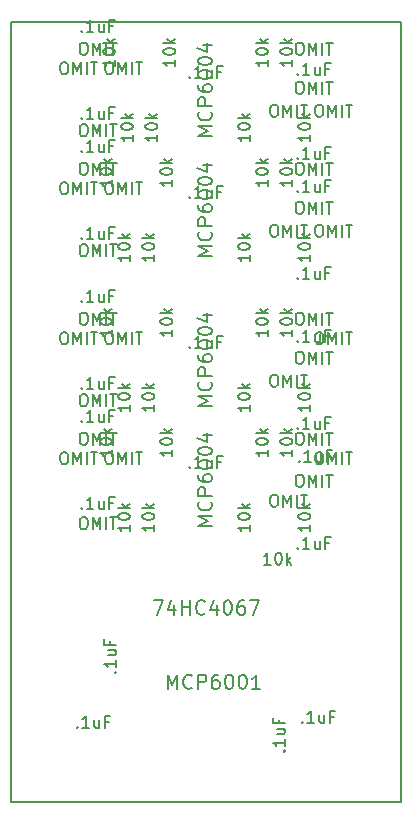
<source format=gbr>
%TF.GenerationSoftware,KiCad,Pcbnew,4.0.2-stable*%
%TF.CreationDate,2021-11-10T19:01:32-08:00*%
%TF.ProjectId,ADC,4144432E6B696361645F706362000000,rev?*%
%TF.FileFunction,Other,Fab,Top*%
%FSLAX46Y46*%
G04 Gerber Fmt 4.6, Leading zero omitted, Abs format (unit mm)*
G04 Created by KiCad (PCBNEW 4.0.2-stable) date 11/10/2021 7:01:32 PM*
%MOMM*%
G01*
G04 APERTURE LIST*
%ADD10C,0.100000*%
%ADD11C,0.150000*%
G04 APERTURE END LIST*
D10*
D11*
X106680000Y-119380000D02*
X106680000Y-53340000D01*
X139700000Y-119380000D02*
X106680000Y-119380000D01*
X139700000Y-53340000D02*
X139700000Y-119380000D01*
X106680000Y-53340000D02*
X139700000Y-53340000D01*
X131048286Y-91632381D02*
X131238763Y-91632381D01*
X131334001Y-91680000D01*
X131429239Y-91775238D01*
X131476858Y-91965714D01*
X131476858Y-92299048D01*
X131429239Y-92489524D01*
X131334001Y-92584762D01*
X131238763Y-92632381D01*
X131048286Y-92632381D01*
X130953048Y-92584762D01*
X130857810Y-92489524D01*
X130810191Y-92299048D01*
X130810191Y-91965714D01*
X130857810Y-91775238D01*
X130953048Y-91680000D01*
X131048286Y-91632381D01*
X131905429Y-92632381D02*
X131905429Y-91632381D01*
X132238763Y-92346667D01*
X132572096Y-91632381D01*
X132572096Y-92632381D01*
X133048286Y-92632381D02*
X133048286Y-91632381D01*
X133381619Y-91632381D02*
X133953048Y-91632381D01*
X133667333Y-92632381D02*
X133667333Y-91632381D01*
X116762381Y-85685238D02*
X116762381Y-86256667D01*
X116762381Y-85970953D02*
X115762381Y-85970953D01*
X115905238Y-86066191D01*
X116000476Y-86161429D01*
X116048095Y-86256667D01*
X115762381Y-85066191D02*
X115762381Y-84970952D01*
X115810000Y-84875714D01*
X115857619Y-84828095D01*
X115952857Y-84780476D01*
X116143333Y-84732857D01*
X116381429Y-84732857D01*
X116571905Y-84780476D01*
X116667143Y-84828095D01*
X116714762Y-84875714D01*
X116762381Y-84970952D01*
X116762381Y-85066191D01*
X116714762Y-85161429D01*
X116667143Y-85209048D01*
X116571905Y-85256667D01*
X116381429Y-85304286D01*
X116143333Y-85304286D01*
X115952857Y-85256667D01*
X115857619Y-85209048D01*
X115810000Y-85161429D01*
X115762381Y-85066191D01*
X116762381Y-84304286D02*
X115762381Y-84304286D01*
X116381429Y-84209048D02*
X116762381Y-83923333D01*
X116095714Y-83923333D02*
X116476667Y-84304286D01*
X132046381Y-62825238D02*
X132046381Y-63396667D01*
X132046381Y-63110953D02*
X131046381Y-63110953D01*
X131189238Y-63206191D01*
X131284476Y-63301429D01*
X131332095Y-63396667D01*
X131046381Y-62206191D02*
X131046381Y-62110952D01*
X131094000Y-62015714D01*
X131141619Y-61968095D01*
X131236857Y-61920476D01*
X131427333Y-61872857D01*
X131665429Y-61872857D01*
X131855905Y-61920476D01*
X131951143Y-61968095D01*
X131998762Y-62015714D01*
X132046381Y-62110952D01*
X132046381Y-62206191D01*
X131998762Y-62301429D01*
X131951143Y-62349048D01*
X131855905Y-62396667D01*
X131665429Y-62444286D01*
X131427333Y-62444286D01*
X131236857Y-62396667D01*
X131141619Y-62349048D01*
X131094000Y-62301429D01*
X131046381Y-62206191D01*
X132046381Y-61444286D02*
X131046381Y-61444286D01*
X131665429Y-61349048D02*
X132046381Y-61063333D01*
X131379714Y-61063333D02*
X131760667Y-61444286D01*
X116762381Y-95845238D02*
X116762381Y-96416667D01*
X116762381Y-96130953D02*
X115762381Y-96130953D01*
X115905238Y-96226191D01*
X116000476Y-96321429D01*
X116048095Y-96416667D01*
X115762381Y-95226191D02*
X115762381Y-95130952D01*
X115810000Y-95035714D01*
X115857619Y-94988095D01*
X115952857Y-94940476D01*
X116143333Y-94892857D01*
X116381429Y-94892857D01*
X116571905Y-94940476D01*
X116667143Y-94988095D01*
X116714762Y-95035714D01*
X116762381Y-95130952D01*
X116762381Y-95226191D01*
X116714762Y-95321429D01*
X116667143Y-95369048D01*
X116571905Y-95416667D01*
X116381429Y-95464286D01*
X116143333Y-95464286D01*
X115952857Y-95416667D01*
X115857619Y-95369048D01*
X115810000Y-95321429D01*
X115762381Y-95226191D01*
X116762381Y-94464286D02*
X115762381Y-94464286D01*
X116381429Y-94369048D02*
X116762381Y-94083333D01*
X116095714Y-94083333D02*
X116476667Y-94464286D01*
X112760286Y-95232381D02*
X112950763Y-95232381D01*
X113046001Y-95280000D01*
X113141239Y-95375238D01*
X113188858Y-95565714D01*
X113188858Y-95899048D01*
X113141239Y-96089524D01*
X113046001Y-96184762D01*
X112950763Y-96232381D01*
X112760286Y-96232381D01*
X112665048Y-96184762D01*
X112569810Y-96089524D01*
X112522191Y-95899048D01*
X112522191Y-95565714D01*
X112569810Y-95375238D01*
X112665048Y-95280000D01*
X112760286Y-95232381D01*
X113617429Y-96232381D02*
X113617429Y-95232381D01*
X113950763Y-95946667D01*
X114284096Y-95232381D01*
X114284096Y-96232381D01*
X114760286Y-96232381D02*
X114760286Y-95232381D01*
X115093619Y-95232381D02*
X115665048Y-95232381D01*
X115379333Y-96232381D02*
X115379333Y-95232381D01*
X131357857Y-112547143D02*
X131405476Y-112594762D01*
X131357857Y-112642381D01*
X131310238Y-112594762D01*
X131357857Y-112547143D01*
X131357857Y-112642381D01*
X132357857Y-112642381D02*
X131786428Y-112642381D01*
X132072142Y-112642381D02*
X132072142Y-111642381D01*
X131976904Y-111785238D01*
X131881666Y-111880476D01*
X131786428Y-111928095D01*
X133215000Y-111975714D02*
X133215000Y-112642381D01*
X132786428Y-111975714D02*
X132786428Y-112499524D01*
X132834047Y-112594762D01*
X132929285Y-112642381D01*
X133072143Y-112642381D01*
X133167381Y-112594762D01*
X133215000Y-112547143D01*
X134024524Y-112118571D02*
X133691190Y-112118571D01*
X133691190Y-112642381D02*
X133691190Y-111642381D01*
X134167381Y-111642381D01*
X112307857Y-112957143D02*
X112355476Y-113004762D01*
X112307857Y-113052381D01*
X112260238Y-113004762D01*
X112307857Y-112957143D01*
X112307857Y-113052381D01*
X113307857Y-113052381D02*
X112736428Y-113052381D01*
X113022142Y-113052381D02*
X113022142Y-112052381D01*
X112926904Y-112195238D01*
X112831666Y-112290476D01*
X112736428Y-112338095D01*
X114165000Y-112385714D02*
X114165000Y-113052381D01*
X113736428Y-112385714D02*
X113736428Y-112909524D01*
X113784047Y-113004762D01*
X113879285Y-113052381D01*
X114022143Y-113052381D01*
X114117381Y-113004762D01*
X114165000Y-112957143D01*
X114974524Y-112528571D02*
X114641190Y-112528571D01*
X114641190Y-113052381D02*
X114641190Y-112052381D01*
X115117381Y-112052381D01*
X121832857Y-57937143D02*
X121880476Y-57984762D01*
X121832857Y-58032381D01*
X121785238Y-57984762D01*
X121832857Y-57937143D01*
X121832857Y-58032381D01*
X122832857Y-58032381D02*
X122261428Y-58032381D01*
X122547142Y-58032381D02*
X122547142Y-57032381D01*
X122451904Y-57175238D01*
X122356666Y-57270476D01*
X122261428Y-57318095D01*
X123690000Y-57365714D02*
X123690000Y-58032381D01*
X123261428Y-57365714D02*
X123261428Y-57889524D01*
X123309047Y-57984762D01*
X123404285Y-58032381D01*
X123547143Y-58032381D01*
X123642381Y-57984762D01*
X123690000Y-57937143D01*
X124499524Y-57508571D02*
X124166190Y-57508571D01*
X124166190Y-58032381D02*
X124166190Y-57032381D01*
X124642381Y-57032381D01*
X112688857Y-54029143D02*
X112736476Y-54076762D01*
X112688857Y-54124381D01*
X112641238Y-54076762D01*
X112688857Y-54029143D01*
X112688857Y-54124381D01*
X113688857Y-54124381D02*
X113117428Y-54124381D01*
X113403142Y-54124381D02*
X113403142Y-53124381D01*
X113307904Y-53267238D01*
X113212666Y-53362476D01*
X113117428Y-53410095D01*
X114546000Y-53457714D02*
X114546000Y-54124381D01*
X114117428Y-53457714D02*
X114117428Y-53981524D01*
X114165047Y-54076762D01*
X114260285Y-54124381D01*
X114403143Y-54124381D01*
X114498381Y-54076762D01*
X114546000Y-54029143D01*
X115355524Y-53600571D02*
X115022190Y-53600571D01*
X115022190Y-54124381D02*
X115022190Y-53124381D01*
X115498381Y-53124381D01*
X130976857Y-64795143D02*
X131024476Y-64842762D01*
X130976857Y-64890381D01*
X130929238Y-64842762D01*
X130976857Y-64795143D01*
X130976857Y-64890381D01*
X131976857Y-64890381D02*
X131405428Y-64890381D01*
X131691142Y-64890381D02*
X131691142Y-63890381D01*
X131595904Y-64033238D01*
X131500666Y-64128476D01*
X131405428Y-64176095D01*
X132834000Y-64223714D02*
X132834000Y-64890381D01*
X132405428Y-64223714D02*
X132405428Y-64747524D01*
X132453047Y-64842762D01*
X132548285Y-64890381D01*
X132691143Y-64890381D01*
X132786381Y-64842762D01*
X132834000Y-64795143D01*
X133643524Y-64366571D02*
X133310190Y-64366571D01*
X133310190Y-64890381D02*
X133310190Y-63890381D01*
X133786381Y-63890381D01*
X130976857Y-57683143D02*
X131024476Y-57730762D01*
X130976857Y-57778381D01*
X130929238Y-57730762D01*
X130976857Y-57683143D01*
X130976857Y-57778381D01*
X131976857Y-57778381D02*
X131405428Y-57778381D01*
X131691142Y-57778381D02*
X131691142Y-56778381D01*
X131595904Y-56921238D01*
X131500666Y-57016476D01*
X131405428Y-57064095D01*
X132834000Y-57111714D02*
X132834000Y-57778381D01*
X132405428Y-57111714D02*
X132405428Y-57635524D01*
X132453047Y-57730762D01*
X132548285Y-57778381D01*
X132691143Y-57778381D01*
X132786381Y-57730762D01*
X132834000Y-57683143D01*
X133643524Y-57254571D02*
X133310190Y-57254571D01*
X133310190Y-57778381D02*
X133310190Y-56778381D01*
X133786381Y-56778381D01*
X121832857Y-68097143D02*
X121880476Y-68144762D01*
X121832857Y-68192381D01*
X121785238Y-68144762D01*
X121832857Y-68097143D01*
X121832857Y-68192381D01*
X122832857Y-68192381D02*
X122261428Y-68192381D01*
X122547142Y-68192381D02*
X122547142Y-67192381D01*
X122451904Y-67335238D01*
X122356666Y-67430476D01*
X122261428Y-67478095D01*
X123690000Y-67525714D02*
X123690000Y-68192381D01*
X123261428Y-67525714D02*
X123261428Y-68049524D01*
X123309047Y-68144762D01*
X123404285Y-68192381D01*
X123547143Y-68192381D01*
X123642381Y-68144762D01*
X123690000Y-68097143D01*
X124499524Y-67668571D02*
X124166190Y-67668571D01*
X124166190Y-68192381D02*
X124166190Y-67192381D01*
X124642381Y-67192381D01*
X112688857Y-64189143D02*
X112736476Y-64236762D01*
X112688857Y-64284381D01*
X112641238Y-64236762D01*
X112688857Y-64189143D01*
X112688857Y-64284381D01*
X113688857Y-64284381D02*
X113117428Y-64284381D01*
X113403142Y-64284381D02*
X113403142Y-63284381D01*
X113307904Y-63427238D01*
X113212666Y-63522476D01*
X113117428Y-63570095D01*
X114546000Y-63617714D02*
X114546000Y-64284381D01*
X114117428Y-63617714D02*
X114117428Y-64141524D01*
X114165047Y-64236762D01*
X114260285Y-64284381D01*
X114403143Y-64284381D01*
X114498381Y-64236762D01*
X114546000Y-64189143D01*
X115355524Y-63760571D02*
X115022190Y-63760571D01*
X115022190Y-64284381D02*
X115022190Y-63284381D01*
X115498381Y-63284381D01*
X112688857Y-71555143D02*
X112736476Y-71602762D01*
X112688857Y-71650381D01*
X112641238Y-71602762D01*
X112688857Y-71555143D01*
X112688857Y-71650381D01*
X113688857Y-71650381D02*
X113117428Y-71650381D01*
X113403142Y-71650381D02*
X113403142Y-70650381D01*
X113307904Y-70793238D01*
X113212666Y-70888476D01*
X113117428Y-70936095D01*
X114546000Y-70983714D02*
X114546000Y-71650381D01*
X114117428Y-70983714D02*
X114117428Y-71507524D01*
X114165047Y-71602762D01*
X114260285Y-71650381D01*
X114403143Y-71650381D01*
X114498381Y-71602762D01*
X114546000Y-71555143D01*
X115355524Y-71126571D02*
X115022190Y-71126571D01*
X115022190Y-71650381D02*
X115022190Y-70650381D01*
X115498381Y-70650381D01*
X130976857Y-74955143D02*
X131024476Y-75002762D01*
X130976857Y-75050381D01*
X130929238Y-75002762D01*
X130976857Y-74955143D01*
X130976857Y-75050381D01*
X131976857Y-75050381D02*
X131405428Y-75050381D01*
X131691142Y-75050381D02*
X131691142Y-74050381D01*
X131595904Y-74193238D01*
X131500666Y-74288476D01*
X131405428Y-74336095D01*
X132834000Y-74383714D02*
X132834000Y-75050381D01*
X132405428Y-74383714D02*
X132405428Y-74907524D01*
X132453047Y-75002762D01*
X132548285Y-75050381D01*
X132691143Y-75050381D01*
X132786381Y-75002762D01*
X132834000Y-74955143D01*
X133643524Y-74526571D02*
X133310190Y-74526571D01*
X133310190Y-75050381D02*
X133310190Y-74050381D01*
X133786381Y-74050381D01*
X130976857Y-67589143D02*
X131024476Y-67636762D01*
X130976857Y-67684381D01*
X130929238Y-67636762D01*
X130976857Y-67589143D01*
X130976857Y-67684381D01*
X131976857Y-67684381D02*
X131405428Y-67684381D01*
X131691142Y-67684381D02*
X131691142Y-66684381D01*
X131595904Y-66827238D01*
X131500666Y-66922476D01*
X131405428Y-66970095D01*
X132834000Y-67017714D02*
X132834000Y-67684381D01*
X132405428Y-67017714D02*
X132405428Y-67541524D01*
X132453047Y-67636762D01*
X132548285Y-67684381D01*
X132691143Y-67684381D01*
X132786381Y-67636762D01*
X132834000Y-67589143D01*
X133643524Y-67160571D02*
X133310190Y-67160571D01*
X133310190Y-67684381D02*
X133310190Y-66684381D01*
X133786381Y-66684381D01*
X121832857Y-80797143D02*
X121880476Y-80844762D01*
X121832857Y-80892381D01*
X121785238Y-80844762D01*
X121832857Y-80797143D01*
X121832857Y-80892381D01*
X122832857Y-80892381D02*
X122261428Y-80892381D01*
X122547142Y-80892381D02*
X122547142Y-79892381D01*
X122451904Y-80035238D01*
X122356666Y-80130476D01*
X122261428Y-80178095D01*
X123690000Y-80225714D02*
X123690000Y-80892381D01*
X123261428Y-80225714D02*
X123261428Y-80749524D01*
X123309047Y-80844762D01*
X123404285Y-80892381D01*
X123547143Y-80892381D01*
X123642381Y-80844762D01*
X123690000Y-80797143D01*
X124499524Y-80368571D02*
X124166190Y-80368571D01*
X124166190Y-80892381D02*
X124166190Y-79892381D01*
X124642381Y-79892381D01*
X112688857Y-76889143D02*
X112736476Y-76936762D01*
X112688857Y-76984381D01*
X112641238Y-76936762D01*
X112688857Y-76889143D01*
X112688857Y-76984381D01*
X113688857Y-76984381D02*
X113117428Y-76984381D01*
X113403142Y-76984381D02*
X113403142Y-75984381D01*
X113307904Y-76127238D01*
X113212666Y-76222476D01*
X113117428Y-76270095D01*
X114546000Y-76317714D02*
X114546000Y-76984381D01*
X114117428Y-76317714D02*
X114117428Y-76841524D01*
X114165047Y-76936762D01*
X114260285Y-76984381D01*
X114403143Y-76984381D01*
X114498381Y-76936762D01*
X114546000Y-76889143D01*
X115355524Y-76460571D02*
X115022190Y-76460571D01*
X115022190Y-76984381D02*
X115022190Y-75984381D01*
X115498381Y-75984381D01*
X112688857Y-84255143D02*
X112736476Y-84302762D01*
X112688857Y-84350381D01*
X112641238Y-84302762D01*
X112688857Y-84255143D01*
X112688857Y-84350381D01*
X113688857Y-84350381D02*
X113117428Y-84350381D01*
X113403142Y-84350381D02*
X113403142Y-83350381D01*
X113307904Y-83493238D01*
X113212666Y-83588476D01*
X113117428Y-83636095D01*
X114546000Y-83683714D02*
X114546000Y-84350381D01*
X114117428Y-83683714D02*
X114117428Y-84207524D01*
X114165047Y-84302762D01*
X114260285Y-84350381D01*
X114403143Y-84350381D01*
X114498381Y-84302762D01*
X114546000Y-84255143D01*
X115355524Y-83826571D02*
X115022190Y-83826571D01*
X115022190Y-84350381D02*
X115022190Y-83350381D01*
X115498381Y-83350381D01*
X130976857Y-87655143D02*
X131024476Y-87702762D01*
X130976857Y-87750381D01*
X130929238Y-87702762D01*
X130976857Y-87655143D01*
X130976857Y-87750381D01*
X131976857Y-87750381D02*
X131405428Y-87750381D01*
X131691142Y-87750381D02*
X131691142Y-86750381D01*
X131595904Y-86893238D01*
X131500666Y-86988476D01*
X131405428Y-87036095D01*
X132834000Y-87083714D02*
X132834000Y-87750381D01*
X132405428Y-87083714D02*
X132405428Y-87607524D01*
X132453047Y-87702762D01*
X132548285Y-87750381D01*
X132691143Y-87750381D01*
X132786381Y-87702762D01*
X132834000Y-87655143D01*
X133643524Y-87226571D02*
X133310190Y-87226571D01*
X133310190Y-87750381D02*
X133310190Y-86750381D01*
X133786381Y-86750381D01*
X130976857Y-80289143D02*
X131024476Y-80336762D01*
X130976857Y-80384381D01*
X130929238Y-80336762D01*
X130976857Y-80289143D01*
X130976857Y-80384381D01*
X131976857Y-80384381D02*
X131405428Y-80384381D01*
X131691142Y-80384381D02*
X131691142Y-79384381D01*
X131595904Y-79527238D01*
X131500666Y-79622476D01*
X131405428Y-79670095D01*
X132834000Y-79717714D02*
X132834000Y-80384381D01*
X132405428Y-79717714D02*
X132405428Y-80241524D01*
X132453047Y-80336762D01*
X132548285Y-80384381D01*
X132691143Y-80384381D01*
X132786381Y-80336762D01*
X132834000Y-80289143D01*
X133643524Y-79860571D02*
X133310190Y-79860571D01*
X133310190Y-80384381D02*
X133310190Y-79384381D01*
X133786381Y-79384381D01*
X121832857Y-90957143D02*
X121880476Y-91004762D01*
X121832857Y-91052381D01*
X121785238Y-91004762D01*
X121832857Y-90957143D01*
X121832857Y-91052381D01*
X122832857Y-91052381D02*
X122261428Y-91052381D01*
X122547142Y-91052381D02*
X122547142Y-90052381D01*
X122451904Y-90195238D01*
X122356666Y-90290476D01*
X122261428Y-90338095D01*
X123690000Y-90385714D02*
X123690000Y-91052381D01*
X123261428Y-90385714D02*
X123261428Y-90909524D01*
X123309047Y-91004762D01*
X123404285Y-91052381D01*
X123547143Y-91052381D01*
X123642381Y-91004762D01*
X123690000Y-90957143D01*
X124499524Y-90528571D02*
X124166190Y-90528571D01*
X124166190Y-91052381D02*
X124166190Y-90052381D01*
X124642381Y-90052381D01*
X112688857Y-87049143D02*
X112736476Y-87096762D01*
X112688857Y-87144381D01*
X112641238Y-87096762D01*
X112688857Y-87049143D01*
X112688857Y-87144381D01*
X113688857Y-87144381D02*
X113117428Y-87144381D01*
X113403142Y-87144381D02*
X113403142Y-86144381D01*
X113307904Y-86287238D01*
X113212666Y-86382476D01*
X113117428Y-86430095D01*
X114546000Y-86477714D02*
X114546000Y-87144381D01*
X114117428Y-86477714D02*
X114117428Y-87001524D01*
X114165047Y-87096762D01*
X114260285Y-87144381D01*
X114403143Y-87144381D01*
X114498381Y-87096762D01*
X114546000Y-87049143D01*
X115355524Y-86620571D02*
X115022190Y-86620571D01*
X115022190Y-87144381D02*
X115022190Y-86144381D01*
X115498381Y-86144381D01*
X112688857Y-94415143D02*
X112736476Y-94462762D01*
X112688857Y-94510381D01*
X112641238Y-94462762D01*
X112688857Y-94415143D01*
X112688857Y-94510381D01*
X113688857Y-94510381D02*
X113117428Y-94510381D01*
X113403142Y-94510381D02*
X113403142Y-93510381D01*
X113307904Y-93653238D01*
X113212666Y-93748476D01*
X113117428Y-93796095D01*
X114546000Y-93843714D02*
X114546000Y-94510381D01*
X114117428Y-93843714D02*
X114117428Y-94367524D01*
X114165047Y-94462762D01*
X114260285Y-94510381D01*
X114403143Y-94510381D01*
X114498381Y-94462762D01*
X114546000Y-94415143D01*
X115355524Y-93986571D02*
X115022190Y-93986571D01*
X115022190Y-94510381D02*
X115022190Y-93510381D01*
X115498381Y-93510381D01*
X130976857Y-97815143D02*
X131024476Y-97862762D01*
X130976857Y-97910381D01*
X130929238Y-97862762D01*
X130976857Y-97815143D01*
X130976857Y-97910381D01*
X131976857Y-97910381D02*
X131405428Y-97910381D01*
X131691142Y-97910381D02*
X131691142Y-96910381D01*
X131595904Y-97053238D01*
X131500666Y-97148476D01*
X131405428Y-97196095D01*
X132834000Y-97243714D02*
X132834000Y-97910381D01*
X132405428Y-97243714D02*
X132405428Y-97767524D01*
X132453047Y-97862762D01*
X132548285Y-97910381D01*
X132691143Y-97910381D01*
X132786381Y-97862762D01*
X132834000Y-97815143D01*
X133643524Y-97386571D02*
X133310190Y-97386571D01*
X133310190Y-97910381D02*
X133310190Y-96910381D01*
X133786381Y-96910381D01*
X128690762Y-99236381D02*
X128119333Y-99236381D01*
X128405047Y-99236381D02*
X128405047Y-98236381D01*
X128309809Y-98379238D01*
X128214571Y-98474476D01*
X128119333Y-98522095D01*
X129309809Y-98236381D02*
X129405048Y-98236381D01*
X129500286Y-98284000D01*
X129547905Y-98331619D01*
X129595524Y-98426857D01*
X129643143Y-98617333D01*
X129643143Y-98855429D01*
X129595524Y-99045905D01*
X129547905Y-99141143D01*
X129500286Y-99188762D01*
X129405048Y-99236381D01*
X129309809Y-99236381D01*
X129214571Y-99188762D01*
X129166952Y-99141143D01*
X129119333Y-99045905D01*
X129071714Y-98855429D01*
X129071714Y-98617333D01*
X129119333Y-98426857D01*
X129166952Y-98331619D01*
X129214571Y-98284000D01*
X129309809Y-98236381D01*
X130071714Y-99236381D02*
X130071714Y-98236381D01*
X130166952Y-98855429D02*
X130452667Y-99236381D01*
X130452667Y-98569714D02*
X130071714Y-98950667D01*
X111109286Y-56707381D02*
X111299763Y-56707381D01*
X111395001Y-56755000D01*
X111490239Y-56850238D01*
X111537858Y-57040714D01*
X111537858Y-57374048D01*
X111490239Y-57564524D01*
X111395001Y-57659762D01*
X111299763Y-57707381D01*
X111109286Y-57707381D01*
X111014048Y-57659762D01*
X110918810Y-57564524D01*
X110871191Y-57374048D01*
X110871191Y-57040714D01*
X110918810Y-56850238D01*
X111014048Y-56755000D01*
X111109286Y-56707381D01*
X111966429Y-57707381D02*
X111966429Y-56707381D01*
X112299763Y-57421667D01*
X112633096Y-56707381D01*
X112633096Y-57707381D01*
X113109286Y-57707381D02*
X113109286Y-56707381D01*
X113442619Y-56707381D02*
X114014048Y-56707381D01*
X113728333Y-57707381D02*
X113728333Y-56707381D01*
X112760286Y-55056381D02*
X112950763Y-55056381D01*
X113046001Y-55104000D01*
X113141239Y-55199238D01*
X113188858Y-55389714D01*
X113188858Y-55723048D01*
X113141239Y-55913524D01*
X113046001Y-56008762D01*
X112950763Y-56056381D01*
X112760286Y-56056381D01*
X112665048Y-56008762D01*
X112569810Y-55913524D01*
X112522191Y-55723048D01*
X112522191Y-55389714D01*
X112569810Y-55199238D01*
X112665048Y-55104000D01*
X112760286Y-55056381D01*
X113617429Y-56056381D02*
X113617429Y-55056381D01*
X113950763Y-55770667D01*
X114284096Y-55056381D01*
X114284096Y-56056381D01*
X114760286Y-56056381D02*
X114760286Y-55056381D01*
X115093619Y-55056381D02*
X115665048Y-55056381D01*
X115379333Y-56056381D02*
X115379333Y-55056381D01*
X120616381Y-56475238D02*
X120616381Y-57046667D01*
X120616381Y-56760953D02*
X119616381Y-56760953D01*
X119759238Y-56856191D01*
X119854476Y-56951429D01*
X119902095Y-57046667D01*
X119616381Y-55856191D02*
X119616381Y-55760952D01*
X119664000Y-55665714D01*
X119711619Y-55618095D01*
X119806857Y-55570476D01*
X119997333Y-55522857D01*
X120235429Y-55522857D01*
X120425905Y-55570476D01*
X120521143Y-55618095D01*
X120568762Y-55665714D01*
X120616381Y-55760952D01*
X120616381Y-55856191D01*
X120568762Y-55951429D01*
X120521143Y-55999048D01*
X120425905Y-56046667D01*
X120235429Y-56094286D01*
X119997333Y-56094286D01*
X119806857Y-56046667D01*
X119711619Y-55999048D01*
X119664000Y-55951429D01*
X119616381Y-55856191D01*
X120616381Y-55094286D02*
X119616381Y-55094286D01*
X120235429Y-54999048D02*
X120616381Y-54713333D01*
X119949714Y-54713333D02*
X120330667Y-55094286D01*
X115492381Y-56475238D02*
X115492381Y-57046667D01*
X115492381Y-56760953D02*
X114492381Y-56760953D01*
X114635238Y-56856191D01*
X114730476Y-56951429D01*
X114778095Y-57046667D01*
X114492381Y-55856191D02*
X114492381Y-55760952D01*
X114540000Y-55665714D01*
X114587619Y-55618095D01*
X114682857Y-55570476D01*
X114873333Y-55522857D01*
X115111429Y-55522857D01*
X115301905Y-55570476D01*
X115397143Y-55618095D01*
X115444762Y-55665714D01*
X115492381Y-55760952D01*
X115492381Y-55856191D01*
X115444762Y-55951429D01*
X115397143Y-55999048D01*
X115301905Y-56046667D01*
X115111429Y-56094286D01*
X114873333Y-56094286D01*
X114682857Y-56046667D01*
X114587619Y-55999048D01*
X114540000Y-55951429D01*
X114492381Y-55856191D01*
X115492381Y-55094286D02*
X114492381Y-55094286D01*
X115111429Y-54999048D02*
X115492381Y-54713333D01*
X114825714Y-54713333D02*
X115206667Y-55094286D01*
X114919286Y-56707381D02*
X115109763Y-56707381D01*
X115205001Y-56755000D01*
X115300239Y-56850238D01*
X115347858Y-57040714D01*
X115347858Y-57374048D01*
X115300239Y-57564524D01*
X115205001Y-57659762D01*
X115109763Y-57707381D01*
X114919286Y-57707381D01*
X114824048Y-57659762D01*
X114728810Y-57564524D01*
X114681191Y-57374048D01*
X114681191Y-57040714D01*
X114728810Y-56850238D01*
X114824048Y-56755000D01*
X114919286Y-56707381D01*
X115776429Y-57707381D02*
X115776429Y-56707381D01*
X116109763Y-57421667D01*
X116443096Y-56707381D01*
X116443096Y-57707381D01*
X116919286Y-57707381D02*
X116919286Y-56707381D01*
X117252619Y-56707381D02*
X117824048Y-56707381D01*
X117538333Y-57707381D02*
X117538333Y-56707381D01*
X112760286Y-61958381D02*
X112950763Y-61958381D01*
X113046001Y-62006000D01*
X113141239Y-62101238D01*
X113188858Y-62291714D01*
X113188858Y-62625048D01*
X113141239Y-62815524D01*
X113046001Y-62910762D01*
X112950763Y-62958381D01*
X112760286Y-62958381D01*
X112665048Y-62910762D01*
X112569810Y-62815524D01*
X112522191Y-62625048D01*
X112522191Y-62291714D01*
X112569810Y-62101238D01*
X112665048Y-62006000D01*
X112760286Y-61958381D01*
X113617429Y-62958381D02*
X113617429Y-61958381D01*
X113950763Y-62672667D01*
X114284096Y-61958381D01*
X114284096Y-62958381D01*
X114760286Y-62958381D02*
X114760286Y-61958381D01*
X115093619Y-61958381D02*
X115665048Y-61958381D01*
X115379333Y-62958381D02*
X115379333Y-61958381D01*
X117016381Y-62825238D02*
X117016381Y-63396667D01*
X117016381Y-63110953D02*
X116016381Y-63110953D01*
X116159238Y-63206191D01*
X116254476Y-63301429D01*
X116302095Y-63396667D01*
X116016381Y-62206191D02*
X116016381Y-62110952D01*
X116064000Y-62015714D01*
X116111619Y-61968095D01*
X116206857Y-61920476D01*
X116397333Y-61872857D01*
X116635429Y-61872857D01*
X116825905Y-61920476D01*
X116921143Y-61968095D01*
X116968762Y-62015714D01*
X117016381Y-62110952D01*
X117016381Y-62206191D01*
X116968762Y-62301429D01*
X116921143Y-62349048D01*
X116825905Y-62396667D01*
X116635429Y-62444286D01*
X116397333Y-62444286D01*
X116206857Y-62396667D01*
X116111619Y-62349048D01*
X116064000Y-62301429D01*
X116016381Y-62206191D01*
X117016381Y-61444286D02*
X116016381Y-61444286D01*
X116635429Y-61349048D02*
X117016381Y-61063333D01*
X116349714Y-61063333D02*
X116730667Y-61444286D01*
X119092381Y-62825238D02*
X119092381Y-63396667D01*
X119092381Y-63110953D02*
X118092381Y-63110953D01*
X118235238Y-63206191D01*
X118330476Y-63301429D01*
X118378095Y-63396667D01*
X118092381Y-62206191D02*
X118092381Y-62110952D01*
X118140000Y-62015714D01*
X118187619Y-61968095D01*
X118282857Y-61920476D01*
X118473333Y-61872857D01*
X118711429Y-61872857D01*
X118901905Y-61920476D01*
X118997143Y-61968095D01*
X119044762Y-62015714D01*
X119092381Y-62110952D01*
X119092381Y-62206191D01*
X119044762Y-62301429D01*
X118997143Y-62349048D01*
X118901905Y-62396667D01*
X118711429Y-62444286D01*
X118473333Y-62444286D01*
X118282857Y-62396667D01*
X118187619Y-62349048D01*
X118140000Y-62301429D01*
X118092381Y-62206191D01*
X119092381Y-61444286D02*
X118092381Y-61444286D01*
X118711429Y-61349048D02*
X119092381Y-61063333D01*
X118425714Y-61063333D02*
X118806667Y-61444286D01*
X128889286Y-60307381D02*
X129079763Y-60307381D01*
X129175001Y-60355000D01*
X129270239Y-60450238D01*
X129317858Y-60640714D01*
X129317858Y-60974048D01*
X129270239Y-61164524D01*
X129175001Y-61259762D01*
X129079763Y-61307381D01*
X128889286Y-61307381D01*
X128794048Y-61259762D01*
X128698810Y-61164524D01*
X128651191Y-60974048D01*
X128651191Y-60640714D01*
X128698810Y-60450238D01*
X128794048Y-60355000D01*
X128889286Y-60307381D01*
X129746429Y-61307381D02*
X129746429Y-60307381D01*
X130079763Y-61021667D01*
X130413096Y-60307381D01*
X130413096Y-61307381D01*
X130889286Y-61307381D02*
X130889286Y-60307381D01*
X131222619Y-60307381D02*
X131794048Y-60307381D01*
X131508333Y-61307381D02*
X131508333Y-60307381D01*
X131048286Y-58358381D02*
X131238763Y-58358381D01*
X131334001Y-58406000D01*
X131429239Y-58501238D01*
X131476858Y-58691714D01*
X131476858Y-59025048D01*
X131429239Y-59215524D01*
X131334001Y-59310762D01*
X131238763Y-59358381D01*
X131048286Y-59358381D01*
X130953048Y-59310762D01*
X130857810Y-59215524D01*
X130810191Y-59025048D01*
X130810191Y-58691714D01*
X130857810Y-58501238D01*
X130953048Y-58406000D01*
X131048286Y-58358381D01*
X131905429Y-59358381D02*
X131905429Y-58358381D01*
X132238763Y-59072667D01*
X132572096Y-58358381D01*
X132572096Y-59358381D01*
X133048286Y-59358381D02*
X133048286Y-58358381D01*
X133381619Y-58358381D02*
X133953048Y-58358381D01*
X133667333Y-59358381D02*
X133667333Y-58358381D01*
X126922381Y-62825238D02*
X126922381Y-63396667D01*
X126922381Y-63110953D02*
X125922381Y-63110953D01*
X126065238Y-63206191D01*
X126160476Y-63301429D01*
X126208095Y-63396667D01*
X125922381Y-62206191D02*
X125922381Y-62110952D01*
X125970000Y-62015714D01*
X126017619Y-61968095D01*
X126112857Y-61920476D01*
X126303333Y-61872857D01*
X126541429Y-61872857D01*
X126731905Y-61920476D01*
X126827143Y-61968095D01*
X126874762Y-62015714D01*
X126922381Y-62110952D01*
X126922381Y-62206191D01*
X126874762Y-62301429D01*
X126827143Y-62349048D01*
X126731905Y-62396667D01*
X126541429Y-62444286D01*
X126303333Y-62444286D01*
X126112857Y-62396667D01*
X126017619Y-62349048D01*
X125970000Y-62301429D01*
X125922381Y-62206191D01*
X126922381Y-61444286D02*
X125922381Y-61444286D01*
X126541429Y-61349048D02*
X126922381Y-61063333D01*
X126255714Y-61063333D02*
X126636667Y-61444286D01*
X132699286Y-60307381D02*
X132889763Y-60307381D01*
X132985001Y-60355000D01*
X133080239Y-60450238D01*
X133127858Y-60640714D01*
X133127858Y-60974048D01*
X133080239Y-61164524D01*
X132985001Y-61259762D01*
X132889763Y-61307381D01*
X132699286Y-61307381D01*
X132604048Y-61259762D01*
X132508810Y-61164524D01*
X132461191Y-60974048D01*
X132461191Y-60640714D01*
X132508810Y-60450238D01*
X132604048Y-60355000D01*
X132699286Y-60307381D01*
X133556429Y-61307381D02*
X133556429Y-60307381D01*
X133889763Y-61021667D01*
X134223096Y-60307381D01*
X134223096Y-61307381D01*
X134699286Y-61307381D02*
X134699286Y-60307381D01*
X135032619Y-60307381D02*
X135604048Y-60307381D01*
X135318333Y-61307381D02*
X135318333Y-60307381D01*
X131048286Y-55056381D02*
X131238763Y-55056381D01*
X131334001Y-55104000D01*
X131429239Y-55199238D01*
X131476858Y-55389714D01*
X131476858Y-55723048D01*
X131429239Y-55913524D01*
X131334001Y-56008762D01*
X131238763Y-56056381D01*
X131048286Y-56056381D01*
X130953048Y-56008762D01*
X130857810Y-55913524D01*
X130810191Y-55723048D01*
X130810191Y-55389714D01*
X130857810Y-55199238D01*
X130953048Y-55104000D01*
X131048286Y-55056381D01*
X131905429Y-56056381D02*
X131905429Y-55056381D01*
X132238763Y-55770667D01*
X132572096Y-55056381D01*
X132572096Y-56056381D01*
X133048286Y-56056381D02*
X133048286Y-55056381D01*
X133381619Y-55056381D02*
X133953048Y-55056381D01*
X133667333Y-56056381D02*
X133667333Y-55056381D01*
X130522381Y-56475238D02*
X130522381Y-57046667D01*
X130522381Y-56760953D02*
X129522381Y-56760953D01*
X129665238Y-56856191D01*
X129760476Y-56951429D01*
X129808095Y-57046667D01*
X129522381Y-55856191D02*
X129522381Y-55760952D01*
X129570000Y-55665714D01*
X129617619Y-55618095D01*
X129712857Y-55570476D01*
X129903333Y-55522857D01*
X130141429Y-55522857D01*
X130331905Y-55570476D01*
X130427143Y-55618095D01*
X130474762Y-55665714D01*
X130522381Y-55760952D01*
X130522381Y-55856191D01*
X130474762Y-55951429D01*
X130427143Y-55999048D01*
X130331905Y-56046667D01*
X130141429Y-56094286D01*
X129903333Y-56094286D01*
X129712857Y-56046667D01*
X129617619Y-55999048D01*
X129570000Y-55951429D01*
X129522381Y-55856191D01*
X130522381Y-55094286D02*
X129522381Y-55094286D01*
X130141429Y-54999048D02*
X130522381Y-54713333D01*
X129855714Y-54713333D02*
X130236667Y-55094286D01*
X128446381Y-56475238D02*
X128446381Y-57046667D01*
X128446381Y-56760953D02*
X127446381Y-56760953D01*
X127589238Y-56856191D01*
X127684476Y-56951429D01*
X127732095Y-57046667D01*
X127446381Y-55856191D02*
X127446381Y-55760952D01*
X127494000Y-55665714D01*
X127541619Y-55618095D01*
X127636857Y-55570476D01*
X127827333Y-55522857D01*
X128065429Y-55522857D01*
X128255905Y-55570476D01*
X128351143Y-55618095D01*
X128398762Y-55665714D01*
X128446381Y-55760952D01*
X128446381Y-55856191D01*
X128398762Y-55951429D01*
X128351143Y-55999048D01*
X128255905Y-56046667D01*
X128065429Y-56094286D01*
X127827333Y-56094286D01*
X127636857Y-56046667D01*
X127541619Y-55999048D01*
X127494000Y-55951429D01*
X127446381Y-55856191D01*
X128446381Y-55094286D02*
X127446381Y-55094286D01*
X128065429Y-54999048D02*
X128446381Y-54713333D01*
X127779714Y-54713333D02*
X128160667Y-55094286D01*
X111109286Y-66867381D02*
X111299763Y-66867381D01*
X111395001Y-66915000D01*
X111490239Y-67010238D01*
X111537858Y-67200714D01*
X111537858Y-67534048D01*
X111490239Y-67724524D01*
X111395001Y-67819762D01*
X111299763Y-67867381D01*
X111109286Y-67867381D01*
X111014048Y-67819762D01*
X110918810Y-67724524D01*
X110871191Y-67534048D01*
X110871191Y-67200714D01*
X110918810Y-67010238D01*
X111014048Y-66915000D01*
X111109286Y-66867381D01*
X111966429Y-67867381D02*
X111966429Y-66867381D01*
X112299763Y-67581667D01*
X112633096Y-66867381D01*
X112633096Y-67867381D01*
X113109286Y-67867381D02*
X113109286Y-66867381D01*
X113442619Y-66867381D02*
X114014048Y-66867381D01*
X113728333Y-67867381D02*
X113728333Y-66867381D01*
X112760286Y-65216381D02*
X112950763Y-65216381D01*
X113046001Y-65264000D01*
X113141239Y-65359238D01*
X113188858Y-65549714D01*
X113188858Y-65883048D01*
X113141239Y-66073524D01*
X113046001Y-66168762D01*
X112950763Y-66216381D01*
X112760286Y-66216381D01*
X112665048Y-66168762D01*
X112569810Y-66073524D01*
X112522191Y-65883048D01*
X112522191Y-65549714D01*
X112569810Y-65359238D01*
X112665048Y-65264000D01*
X112760286Y-65216381D01*
X113617429Y-66216381D02*
X113617429Y-65216381D01*
X113950763Y-65930667D01*
X114284096Y-65216381D01*
X114284096Y-66216381D01*
X114760286Y-66216381D02*
X114760286Y-65216381D01*
X115093619Y-65216381D02*
X115665048Y-65216381D01*
X115379333Y-66216381D02*
X115379333Y-65216381D01*
X120362381Y-66635238D02*
X120362381Y-67206667D01*
X120362381Y-66920953D02*
X119362381Y-66920953D01*
X119505238Y-67016191D01*
X119600476Y-67111429D01*
X119648095Y-67206667D01*
X119362381Y-66016191D02*
X119362381Y-65920952D01*
X119410000Y-65825714D01*
X119457619Y-65778095D01*
X119552857Y-65730476D01*
X119743333Y-65682857D01*
X119981429Y-65682857D01*
X120171905Y-65730476D01*
X120267143Y-65778095D01*
X120314762Y-65825714D01*
X120362381Y-65920952D01*
X120362381Y-66016191D01*
X120314762Y-66111429D01*
X120267143Y-66159048D01*
X120171905Y-66206667D01*
X119981429Y-66254286D01*
X119743333Y-66254286D01*
X119552857Y-66206667D01*
X119457619Y-66159048D01*
X119410000Y-66111429D01*
X119362381Y-66016191D01*
X120362381Y-65254286D02*
X119362381Y-65254286D01*
X119981429Y-65159048D02*
X120362381Y-64873333D01*
X119695714Y-64873333D02*
X120076667Y-65254286D01*
X115238381Y-66635238D02*
X115238381Y-67206667D01*
X115238381Y-66920953D02*
X114238381Y-66920953D01*
X114381238Y-67016191D01*
X114476476Y-67111429D01*
X114524095Y-67206667D01*
X114238381Y-66016191D02*
X114238381Y-65920952D01*
X114286000Y-65825714D01*
X114333619Y-65778095D01*
X114428857Y-65730476D01*
X114619333Y-65682857D01*
X114857429Y-65682857D01*
X115047905Y-65730476D01*
X115143143Y-65778095D01*
X115190762Y-65825714D01*
X115238381Y-65920952D01*
X115238381Y-66016191D01*
X115190762Y-66111429D01*
X115143143Y-66159048D01*
X115047905Y-66206667D01*
X114857429Y-66254286D01*
X114619333Y-66254286D01*
X114428857Y-66206667D01*
X114333619Y-66159048D01*
X114286000Y-66111429D01*
X114238381Y-66016191D01*
X115238381Y-65254286D02*
X114238381Y-65254286D01*
X114857429Y-65159048D02*
X115238381Y-64873333D01*
X114571714Y-64873333D02*
X114952667Y-65254286D01*
X114919286Y-66867381D02*
X115109763Y-66867381D01*
X115205001Y-66915000D01*
X115300239Y-67010238D01*
X115347858Y-67200714D01*
X115347858Y-67534048D01*
X115300239Y-67724524D01*
X115205001Y-67819762D01*
X115109763Y-67867381D01*
X114919286Y-67867381D01*
X114824048Y-67819762D01*
X114728810Y-67724524D01*
X114681191Y-67534048D01*
X114681191Y-67200714D01*
X114728810Y-67010238D01*
X114824048Y-66915000D01*
X114919286Y-66867381D01*
X115776429Y-67867381D02*
X115776429Y-66867381D01*
X116109763Y-67581667D01*
X116443096Y-66867381D01*
X116443096Y-67867381D01*
X116919286Y-67867381D02*
X116919286Y-66867381D01*
X117252619Y-66867381D02*
X117824048Y-66867381D01*
X117538333Y-67867381D02*
X117538333Y-66867381D01*
X112760286Y-72118381D02*
X112950763Y-72118381D01*
X113046001Y-72166000D01*
X113141239Y-72261238D01*
X113188858Y-72451714D01*
X113188858Y-72785048D01*
X113141239Y-72975524D01*
X113046001Y-73070762D01*
X112950763Y-73118381D01*
X112760286Y-73118381D01*
X112665048Y-73070762D01*
X112569810Y-72975524D01*
X112522191Y-72785048D01*
X112522191Y-72451714D01*
X112569810Y-72261238D01*
X112665048Y-72166000D01*
X112760286Y-72118381D01*
X113617429Y-73118381D02*
X113617429Y-72118381D01*
X113950763Y-72832667D01*
X114284096Y-72118381D01*
X114284096Y-73118381D01*
X114760286Y-73118381D02*
X114760286Y-72118381D01*
X115093619Y-72118381D02*
X115665048Y-72118381D01*
X115379333Y-73118381D02*
X115379333Y-72118381D01*
X116762381Y-72985238D02*
X116762381Y-73556667D01*
X116762381Y-73270953D02*
X115762381Y-73270953D01*
X115905238Y-73366191D01*
X116000476Y-73461429D01*
X116048095Y-73556667D01*
X115762381Y-72366191D02*
X115762381Y-72270952D01*
X115810000Y-72175714D01*
X115857619Y-72128095D01*
X115952857Y-72080476D01*
X116143333Y-72032857D01*
X116381429Y-72032857D01*
X116571905Y-72080476D01*
X116667143Y-72128095D01*
X116714762Y-72175714D01*
X116762381Y-72270952D01*
X116762381Y-72366191D01*
X116714762Y-72461429D01*
X116667143Y-72509048D01*
X116571905Y-72556667D01*
X116381429Y-72604286D01*
X116143333Y-72604286D01*
X115952857Y-72556667D01*
X115857619Y-72509048D01*
X115810000Y-72461429D01*
X115762381Y-72366191D01*
X116762381Y-71604286D02*
X115762381Y-71604286D01*
X116381429Y-71509048D02*
X116762381Y-71223333D01*
X116095714Y-71223333D02*
X116476667Y-71604286D01*
X118838381Y-72985238D02*
X118838381Y-73556667D01*
X118838381Y-73270953D02*
X117838381Y-73270953D01*
X117981238Y-73366191D01*
X118076476Y-73461429D01*
X118124095Y-73556667D01*
X117838381Y-72366191D02*
X117838381Y-72270952D01*
X117886000Y-72175714D01*
X117933619Y-72128095D01*
X118028857Y-72080476D01*
X118219333Y-72032857D01*
X118457429Y-72032857D01*
X118647905Y-72080476D01*
X118743143Y-72128095D01*
X118790762Y-72175714D01*
X118838381Y-72270952D01*
X118838381Y-72366191D01*
X118790762Y-72461429D01*
X118743143Y-72509048D01*
X118647905Y-72556667D01*
X118457429Y-72604286D01*
X118219333Y-72604286D01*
X118028857Y-72556667D01*
X117933619Y-72509048D01*
X117886000Y-72461429D01*
X117838381Y-72366191D01*
X118838381Y-71604286D02*
X117838381Y-71604286D01*
X118457429Y-71509048D02*
X118838381Y-71223333D01*
X118171714Y-71223333D02*
X118552667Y-71604286D01*
X128889286Y-70467381D02*
X129079763Y-70467381D01*
X129175001Y-70515000D01*
X129270239Y-70610238D01*
X129317858Y-70800714D01*
X129317858Y-71134048D01*
X129270239Y-71324524D01*
X129175001Y-71419762D01*
X129079763Y-71467381D01*
X128889286Y-71467381D01*
X128794048Y-71419762D01*
X128698810Y-71324524D01*
X128651191Y-71134048D01*
X128651191Y-70800714D01*
X128698810Y-70610238D01*
X128794048Y-70515000D01*
X128889286Y-70467381D01*
X129746429Y-71467381D02*
X129746429Y-70467381D01*
X130079763Y-71181667D01*
X130413096Y-70467381D01*
X130413096Y-71467381D01*
X130889286Y-71467381D02*
X130889286Y-70467381D01*
X131222619Y-70467381D02*
X131794048Y-70467381D01*
X131508333Y-71467381D02*
X131508333Y-70467381D01*
X131048286Y-68518381D02*
X131238763Y-68518381D01*
X131334001Y-68566000D01*
X131429239Y-68661238D01*
X131476858Y-68851714D01*
X131476858Y-69185048D01*
X131429239Y-69375524D01*
X131334001Y-69470762D01*
X131238763Y-69518381D01*
X131048286Y-69518381D01*
X130953048Y-69470762D01*
X130857810Y-69375524D01*
X130810191Y-69185048D01*
X130810191Y-68851714D01*
X130857810Y-68661238D01*
X130953048Y-68566000D01*
X131048286Y-68518381D01*
X131905429Y-69518381D02*
X131905429Y-68518381D01*
X132238763Y-69232667D01*
X132572096Y-68518381D01*
X132572096Y-69518381D01*
X133048286Y-69518381D02*
X133048286Y-68518381D01*
X133381619Y-68518381D02*
X133953048Y-68518381D01*
X133667333Y-69518381D02*
X133667333Y-68518381D01*
X126922381Y-72985238D02*
X126922381Y-73556667D01*
X126922381Y-73270953D02*
X125922381Y-73270953D01*
X126065238Y-73366191D01*
X126160476Y-73461429D01*
X126208095Y-73556667D01*
X125922381Y-72366191D02*
X125922381Y-72270952D01*
X125970000Y-72175714D01*
X126017619Y-72128095D01*
X126112857Y-72080476D01*
X126303333Y-72032857D01*
X126541429Y-72032857D01*
X126731905Y-72080476D01*
X126827143Y-72128095D01*
X126874762Y-72175714D01*
X126922381Y-72270952D01*
X126922381Y-72366191D01*
X126874762Y-72461429D01*
X126827143Y-72509048D01*
X126731905Y-72556667D01*
X126541429Y-72604286D01*
X126303333Y-72604286D01*
X126112857Y-72556667D01*
X126017619Y-72509048D01*
X125970000Y-72461429D01*
X125922381Y-72366191D01*
X126922381Y-71604286D02*
X125922381Y-71604286D01*
X126541429Y-71509048D02*
X126922381Y-71223333D01*
X126255714Y-71223333D02*
X126636667Y-71604286D01*
X132046381Y-72985238D02*
X132046381Y-73556667D01*
X132046381Y-73270953D02*
X131046381Y-73270953D01*
X131189238Y-73366191D01*
X131284476Y-73461429D01*
X131332095Y-73556667D01*
X131046381Y-72366191D02*
X131046381Y-72270952D01*
X131094000Y-72175714D01*
X131141619Y-72128095D01*
X131236857Y-72080476D01*
X131427333Y-72032857D01*
X131665429Y-72032857D01*
X131855905Y-72080476D01*
X131951143Y-72128095D01*
X131998762Y-72175714D01*
X132046381Y-72270952D01*
X132046381Y-72366191D01*
X131998762Y-72461429D01*
X131951143Y-72509048D01*
X131855905Y-72556667D01*
X131665429Y-72604286D01*
X131427333Y-72604286D01*
X131236857Y-72556667D01*
X131141619Y-72509048D01*
X131094000Y-72461429D01*
X131046381Y-72366191D01*
X132046381Y-71604286D02*
X131046381Y-71604286D01*
X131665429Y-71509048D02*
X132046381Y-71223333D01*
X131379714Y-71223333D02*
X131760667Y-71604286D01*
X132699286Y-70467381D02*
X132889763Y-70467381D01*
X132985001Y-70515000D01*
X133080239Y-70610238D01*
X133127858Y-70800714D01*
X133127858Y-71134048D01*
X133080239Y-71324524D01*
X132985001Y-71419762D01*
X132889763Y-71467381D01*
X132699286Y-71467381D01*
X132604048Y-71419762D01*
X132508810Y-71324524D01*
X132461191Y-71134048D01*
X132461191Y-70800714D01*
X132508810Y-70610238D01*
X132604048Y-70515000D01*
X132699286Y-70467381D01*
X133556429Y-71467381D02*
X133556429Y-70467381D01*
X133889763Y-71181667D01*
X134223096Y-70467381D01*
X134223096Y-71467381D01*
X134699286Y-71467381D02*
X134699286Y-70467381D01*
X135032619Y-70467381D02*
X135604048Y-70467381D01*
X135318333Y-71467381D02*
X135318333Y-70467381D01*
X131048286Y-65216381D02*
X131238763Y-65216381D01*
X131334001Y-65264000D01*
X131429239Y-65359238D01*
X131476858Y-65549714D01*
X131476858Y-65883048D01*
X131429239Y-66073524D01*
X131334001Y-66168762D01*
X131238763Y-66216381D01*
X131048286Y-66216381D01*
X130953048Y-66168762D01*
X130857810Y-66073524D01*
X130810191Y-65883048D01*
X130810191Y-65549714D01*
X130857810Y-65359238D01*
X130953048Y-65264000D01*
X131048286Y-65216381D01*
X131905429Y-66216381D02*
X131905429Y-65216381D01*
X132238763Y-65930667D01*
X132572096Y-65216381D01*
X132572096Y-66216381D01*
X133048286Y-66216381D02*
X133048286Y-65216381D01*
X133381619Y-65216381D02*
X133953048Y-65216381D01*
X133667333Y-66216381D02*
X133667333Y-65216381D01*
X130522381Y-66635238D02*
X130522381Y-67206667D01*
X130522381Y-66920953D02*
X129522381Y-66920953D01*
X129665238Y-67016191D01*
X129760476Y-67111429D01*
X129808095Y-67206667D01*
X129522381Y-66016191D02*
X129522381Y-65920952D01*
X129570000Y-65825714D01*
X129617619Y-65778095D01*
X129712857Y-65730476D01*
X129903333Y-65682857D01*
X130141429Y-65682857D01*
X130331905Y-65730476D01*
X130427143Y-65778095D01*
X130474762Y-65825714D01*
X130522381Y-65920952D01*
X130522381Y-66016191D01*
X130474762Y-66111429D01*
X130427143Y-66159048D01*
X130331905Y-66206667D01*
X130141429Y-66254286D01*
X129903333Y-66254286D01*
X129712857Y-66206667D01*
X129617619Y-66159048D01*
X129570000Y-66111429D01*
X129522381Y-66016191D01*
X130522381Y-65254286D02*
X129522381Y-65254286D01*
X130141429Y-65159048D02*
X130522381Y-64873333D01*
X129855714Y-64873333D02*
X130236667Y-65254286D01*
X128446381Y-66635238D02*
X128446381Y-67206667D01*
X128446381Y-66920953D02*
X127446381Y-66920953D01*
X127589238Y-67016191D01*
X127684476Y-67111429D01*
X127732095Y-67206667D01*
X127446381Y-66016191D02*
X127446381Y-65920952D01*
X127494000Y-65825714D01*
X127541619Y-65778095D01*
X127636857Y-65730476D01*
X127827333Y-65682857D01*
X128065429Y-65682857D01*
X128255905Y-65730476D01*
X128351143Y-65778095D01*
X128398762Y-65825714D01*
X128446381Y-65920952D01*
X128446381Y-66016191D01*
X128398762Y-66111429D01*
X128351143Y-66159048D01*
X128255905Y-66206667D01*
X128065429Y-66254286D01*
X127827333Y-66254286D01*
X127636857Y-66206667D01*
X127541619Y-66159048D01*
X127494000Y-66111429D01*
X127446381Y-66016191D01*
X128446381Y-65254286D02*
X127446381Y-65254286D01*
X128065429Y-65159048D02*
X128446381Y-64873333D01*
X127779714Y-64873333D02*
X128160667Y-65254286D01*
X111109286Y-79567381D02*
X111299763Y-79567381D01*
X111395001Y-79615000D01*
X111490239Y-79710238D01*
X111537858Y-79900714D01*
X111537858Y-80234048D01*
X111490239Y-80424524D01*
X111395001Y-80519762D01*
X111299763Y-80567381D01*
X111109286Y-80567381D01*
X111014048Y-80519762D01*
X110918810Y-80424524D01*
X110871191Y-80234048D01*
X110871191Y-79900714D01*
X110918810Y-79710238D01*
X111014048Y-79615000D01*
X111109286Y-79567381D01*
X111966429Y-80567381D02*
X111966429Y-79567381D01*
X112299763Y-80281667D01*
X112633096Y-79567381D01*
X112633096Y-80567381D01*
X113109286Y-80567381D02*
X113109286Y-79567381D01*
X113442619Y-79567381D02*
X114014048Y-79567381D01*
X113728333Y-80567381D02*
X113728333Y-79567381D01*
X112760286Y-77916381D02*
X112950763Y-77916381D01*
X113046001Y-77964000D01*
X113141239Y-78059238D01*
X113188858Y-78249714D01*
X113188858Y-78583048D01*
X113141239Y-78773524D01*
X113046001Y-78868762D01*
X112950763Y-78916381D01*
X112760286Y-78916381D01*
X112665048Y-78868762D01*
X112569810Y-78773524D01*
X112522191Y-78583048D01*
X112522191Y-78249714D01*
X112569810Y-78059238D01*
X112665048Y-77964000D01*
X112760286Y-77916381D01*
X113617429Y-78916381D02*
X113617429Y-77916381D01*
X113950763Y-78630667D01*
X114284096Y-77916381D01*
X114284096Y-78916381D01*
X114760286Y-78916381D02*
X114760286Y-77916381D01*
X115093619Y-77916381D02*
X115665048Y-77916381D01*
X115379333Y-78916381D02*
X115379333Y-77916381D01*
X120362381Y-79335238D02*
X120362381Y-79906667D01*
X120362381Y-79620953D02*
X119362381Y-79620953D01*
X119505238Y-79716191D01*
X119600476Y-79811429D01*
X119648095Y-79906667D01*
X119362381Y-78716191D02*
X119362381Y-78620952D01*
X119410000Y-78525714D01*
X119457619Y-78478095D01*
X119552857Y-78430476D01*
X119743333Y-78382857D01*
X119981429Y-78382857D01*
X120171905Y-78430476D01*
X120267143Y-78478095D01*
X120314762Y-78525714D01*
X120362381Y-78620952D01*
X120362381Y-78716191D01*
X120314762Y-78811429D01*
X120267143Y-78859048D01*
X120171905Y-78906667D01*
X119981429Y-78954286D01*
X119743333Y-78954286D01*
X119552857Y-78906667D01*
X119457619Y-78859048D01*
X119410000Y-78811429D01*
X119362381Y-78716191D01*
X120362381Y-77954286D02*
X119362381Y-77954286D01*
X119981429Y-77859048D02*
X120362381Y-77573333D01*
X119695714Y-77573333D02*
X120076667Y-77954286D01*
X115238381Y-79335238D02*
X115238381Y-79906667D01*
X115238381Y-79620953D02*
X114238381Y-79620953D01*
X114381238Y-79716191D01*
X114476476Y-79811429D01*
X114524095Y-79906667D01*
X114238381Y-78716191D02*
X114238381Y-78620952D01*
X114286000Y-78525714D01*
X114333619Y-78478095D01*
X114428857Y-78430476D01*
X114619333Y-78382857D01*
X114857429Y-78382857D01*
X115047905Y-78430476D01*
X115143143Y-78478095D01*
X115190762Y-78525714D01*
X115238381Y-78620952D01*
X115238381Y-78716191D01*
X115190762Y-78811429D01*
X115143143Y-78859048D01*
X115047905Y-78906667D01*
X114857429Y-78954286D01*
X114619333Y-78954286D01*
X114428857Y-78906667D01*
X114333619Y-78859048D01*
X114286000Y-78811429D01*
X114238381Y-78716191D01*
X115238381Y-77954286D02*
X114238381Y-77954286D01*
X114857429Y-77859048D02*
X115238381Y-77573333D01*
X114571714Y-77573333D02*
X114952667Y-77954286D01*
X114919286Y-79567381D02*
X115109763Y-79567381D01*
X115205001Y-79615000D01*
X115300239Y-79710238D01*
X115347858Y-79900714D01*
X115347858Y-80234048D01*
X115300239Y-80424524D01*
X115205001Y-80519762D01*
X115109763Y-80567381D01*
X114919286Y-80567381D01*
X114824048Y-80519762D01*
X114728810Y-80424524D01*
X114681191Y-80234048D01*
X114681191Y-79900714D01*
X114728810Y-79710238D01*
X114824048Y-79615000D01*
X114919286Y-79567381D01*
X115776429Y-80567381D02*
X115776429Y-79567381D01*
X116109763Y-80281667D01*
X116443096Y-79567381D01*
X116443096Y-80567381D01*
X116919286Y-80567381D02*
X116919286Y-79567381D01*
X117252619Y-79567381D02*
X117824048Y-79567381D01*
X117538333Y-80567381D02*
X117538333Y-79567381D01*
X112760286Y-84818381D02*
X112950763Y-84818381D01*
X113046001Y-84866000D01*
X113141239Y-84961238D01*
X113188858Y-85151714D01*
X113188858Y-85485048D01*
X113141239Y-85675524D01*
X113046001Y-85770762D01*
X112950763Y-85818381D01*
X112760286Y-85818381D01*
X112665048Y-85770762D01*
X112569810Y-85675524D01*
X112522191Y-85485048D01*
X112522191Y-85151714D01*
X112569810Y-84961238D01*
X112665048Y-84866000D01*
X112760286Y-84818381D01*
X113617429Y-85818381D02*
X113617429Y-84818381D01*
X113950763Y-85532667D01*
X114284096Y-84818381D01*
X114284096Y-85818381D01*
X114760286Y-85818381D02*
X114760286Y-84818381D01*
X115093619Y-84818381D02*
X115665048Y-84818381D01*
X115379333Y-85818381D02*
X115379333Y-84818381D01*
X118838381Y-85685238D02*
X118838381Y-86256667D01*
X118838381Y-85970953D02*
X117838381Y-85970953D01*
X117981238Y-86066191D01*
X118076476Y-86161429D01*
X118124095Y-86256667D01*
X117838381Y-85066191D02*
X117838381Y-84970952D01*
X117886000Y-84875714D01*
X117933619Y-84828095D01*
X118028857Y-84780476D01*
X118219333Y-84732857D01*
X118457429Y-84732857D01*
X118647905Y-84780476D01*
X118743143Y-84828095D01*
X118790762Y-84875714D01*
X118838381Y-84970952D01*
X118838381Y-85066191D01*
X118790762Y-85161429D01*
X118743143Y-85209048D01*
X118647905Y-85256667D01*
X118457429Y-85304286D01*
X118219333Y-85304286D01*
X118028857Y-85256667D01*
X117933619Y-85209048D01*
X117886000Y-85161429D01*
X117838381Y-85066191D01*
X118838381Y-84304286D02*
X117838381Y-84304286D01*
X118457429Y-84209048D02*
X118838381Y-83923333D01*
X118171714Y-83923333D02*
X118552667Y-84304286D01*
X128889286Y-83167381D02*
X129079763Y-83167381D01*
X129175001Y-83215000D01*
X129270239Y-83310238D01*
X129317858Y-83500714D01*
X129317858Y-83834048D01*
X129270239Y-84024524D01*
X129175001Y-84119762D01*
X129079763Y-84167381D01*
X128889286Y-84167381D01*
X128794048Y-84119762D01*
X128698810Y-84024524D01*
X128651191Y-83834048D01*
X128651191Y-83500714D01*
X128698810Y-83310238D01*
X128794048Y-83215000D01*
X128889286Y-83167381D01*
X129746429Y-84167381D02*
X129746429Y-83167381D01*
X130079763Y-83881667D01*
X130413096Y-83167381D01*
X130413096Y-84167381D01*
X130889286Y-84167381D02*
X130889286Y-83167381D01*
X131222619Y-83167381D02*
X131794048Y-83167381D01*
X131508333Y-84167381D02*
X131508333Y-83167381D01*
X131048286Y-81218381D02*
X131238763Y-81218381D01*
X131334001Y-81266000D01*
X131429239Y-81361238D01*
X131476858Y-81551714D01*
X131476858Y-81885048D01*
X131429239Y-82075524D01*
X131334001Y-82170762D01*
X131238763Y-82218381D01*
X131048286Y-82218381D01*
X130953048Y-82170762D01*
X130857810Y-82075524D01*
X130810191Y-81885048D01*
X130810191Y-81551714D01*
X130857810Y-81361238D01*
X130953048Y-81266000D01*
X131048286Y-81218381D01*
X131905429Y-82218381D02*
X131905429Y-81218381D01*
X132238763Y-81932667D01*
X132572096Y-81218381D01*
X132572096Y-82218381D01*
X133048286Y-82218381D02*
X133048286Y-81218381D01*
X133381619Y-81218381D02*
X133953048Y-81218381D01*
X133667333Y-82218381D02*
X133667333Y-81218381D01*
X126922381Y-85685238D02*
X126922381Y-86256667D01*
X126922381Y-85970953D02*
X125922381Y-85970953D01*
X126065238Y-86066191D01*
X126160476Y-86161429D01*
X126208095Y-86256667D01*
X125922381Y-85066191D02*
X125922381Y-84970952D01*
X125970000Y-84875714D01*
X126017619Y-84828095D01*
X126112857Y-84780476D01*
X126303333Y-84732857D01*
X126541429Y-84732857D01*
X126731905Y-84780476D01*
X126827143Y-84828095D01*
X126874762Y-84875714D01*
X126922381Y-84970952D01*
X126922381Y-85066191D01*
X126874762Y-85161429D01*
X126827143Y-85209048D01*
X126731905Y-85256667D01*
X126541429Y-85304286D01*
X126303333Y-85304286D01*
X126112857Y-85256667D01*
X126017619Y-85209048D01*
X125970000Y-85161429D01*
X125922381Y-85066191D01*
X126922381Y-84304286D02*
X125922381Y-84304286D01*
X126541429Y-84209048D02*
X126922381Y-83923333D01*
X126255714Y-83923333D02*
X126636667Y-84304286D01*
X132046381Y-85685238D02*
X132046381Y-86256667D01*
X132046381Y-85970953D02*
X131046381Y-85970953D01*
X131189238Y-86066191D01*
X131284476Y-86161429D01*
X131332095Y-86256667D01*
X131046381Y-85066191D02*
X131046381Y-84970952D01*
X131094000Y-84875714D01*
X131141619Y-84828095D01*
X131236857Y-84780476D01*
X131427333Y-84732857D01*
X131665429Y-84732857D01*
X131855905Y-84780476D01*
X131951143Y-84828095D01*
X131998762Y-84875714D01*
X132046381Y-84970952D01*
X132046381Y-85066191D01*
X131998762Y-85161429D01*
X131951143Y-85209048D01*
X131855905Y-85256667D01*
X131665429Y-85304286D01*
X131427333Y-85304286D01*
X131236857Y-85256667D01*
X131141619Y-85209048D01*
X131094000Y-85161429D01*
X131046381Y-85066191D01*
X132046381Y-84304286D02*
X131046381Y-84304286D01*
X131665429Y-84209048D02*
X132046381Y-83923333D01*
X131379714Y-83923333D02*
X131760667Y-84304286D01*
X132699286Y-79567381D02*
X132889763Y-79567381D01*
X132985001Y-79615000D01*
X133080239Y-79710238D01*
X133127858Y-79900714D01*
X133127858Y-80234048D01*
X133080239Y-80424524D01*
X132985001Y-80519762D01*
X132889763Y-80567381D01*
X132699286Y-80567381D01*
X132604048Y-80519762D01*
X132508810Y-80424524D01*
X132461191Y-80234048D01*
X132461191Y-79900714D01*
X132508810Y-79710238D01*
X132604048Y-79615000D01*
X132699286Y-79567381D01*
X133556429Y-80567381D02*
X133556429Y-79567381D01*
X133889763Y-80281667D01*
X134223096Y-79567381D01*
X134223096Y-80567381D01*
X134699286Y-80567381D02*
X134699286Y-79567381D01*
X135032619Y-79567381D02*
X135604048Y-79567381D01*
X135318333Y-80567381D02*
X135318333Y-79567381D01*
X131048286Y-77916381D02*
X131238763Y-77916381D01*
X131334001Y-77964000D01*
X131429239Y-78059238D01*
X131476858Y-78249714D01*
X131476858Y-78583048D01*
X131429239Y-78773524D01*
X131334001Y-78868762D01*
X131238763Y-78916381D01*
X131048286Y-78916381D01*
X130953048Y-78868762D01*
X130857810Y-78773524D01*
X130810191Y-78583048D01*
X130810191Y-78249714D01*
X130857810Y-78059238D01*
X130953048Y-77964000D01*
X131048286Y-77916381D01*
X131905429Y-78916381D02*
X131905429Y-77916381D01*
X132238763Y-78630667D01*
X132572096Y-77916381D01*
X132572096Y-78916381D01*
X133048286Y-78916381D02*
X133048286Y-77916381D01*
X133381619Y-77916381D02*
X133953048Y-77916381D01*
X133667333Y-78916381D02*
X133667333Y-77916381D01*
X130522381Y-79335238D02*
X130522381Y-79906667D01*
X130522381Y-79620953D02*
X129522381Y-79620953D01*
X129665238Y-79716191D01*
X129760476Y-79811429D01*
X129808095Y-79906667D01*
X129522381Y-78716191D02*
X129522381Y-78620952D01*
X129570000Y-78525714D01*
X129617619Y-78478095D01*
X129712857Y-78430476D01*
X129903333Y-78382857D01*
X130141429Y-78382857D01*
X130331905Y-78430476D01*
X130427143Y-78478095D01*
X130474762Y-78525714D01*
X130522381Y-78620952D01*
X130522381Y-78716191D01*
X130474762Y-78811429D01*
X130427143Y-78859048D01*
X130331905Y-78906667D01*
X130141429Y-78954286D01*
X129903333Y-78954286D01*
X129712857Y-78906667D01*
X129617619Y-78859048D01*
X129570000Y-78811429D01*
X129522381Y-78716191D01*
X130522381Y-77954286D02*
X129522381Y-77954286D01*
X130141429Y-77859048D02*
X130522381Y-77573333D01*
X129855714Y-77573333D02*
X130236667Y-77954286D01*
X128446381Y-79335238D02*
X128446381Y-79906667D01*
X128446381Y-79620953D02*
X127446381Y-79620953D01*
X127589238Y-79716191D01*
X127684476Y-79811429D01*
X127732095Y-79906667D01*
X127446381Y-78716191D02*
X127446381Y-78620952D01*
X127494000Y-78525714D01*
X127541619Y-78478095D01*
X127636857Y-78430476D01*
X127827333Y-78382857D01*
X128065429Y-78382857D01*
X128255905Y-78430476D01*
X128351143Y-78478095D01*
X128398762Y-78525714D01*
X128446381Y-78620952D01*
X128446381Y-78716191D01*
X128398762Y-78811429D01*
X128351143Y-78859048D01*
X128255905Y-78906667D01*
X128065429Y-78954286D01*
X127827333Y-78954286D01*
X127636857Y-78906667D01*
X127541619Y-78859048D01*
X127494000Y-78811429D01*
X127446381Y-78716191D01*
X128446381Y-77954286D02*
X127446381Y-77954286D01*
X128065429Y-77859048D02*
X128446381Y-77573333D01*
X127779714Y-77573333D02*
X128160667Y-77954286D01*
X111109286Y-89727381D02*
X111299763Y-89727381D01*
X111395001Y-89775000D01*
X111490239Y-89870238D01*
X111537858Y-90060714D01*
X111537858Y-90394048D01*
X111490239Y-90584524D01*
X111395001Y-90679762D01*
X111299763Y-90727381D01*
X111109286Y-90727381D01*
X111014048Y-90679762D01*
X110918810Y-90584524D01*
X110871191Y-90394048D01*
X110871191Y-90060714D01*
X110918810Y-89870238D01*
X111014048Y-89775000D01*
X111109286Y-89727381D01*
X111966429Y-90727381D02*
X111966429Y-89727381D01*
X112299763Y-90441667D01*
X112633096Y-89727381D01*
X112633096Y-90727381D01*
X113109286Y-90727381D02*
X113109286Y-89727381D01*
X113442619Y-89727381D02*
X114014048Y-89727381D01*
X113728333Y-90727381D02*
X113728333Y-89727381D01*
X112760286Y-88076381D02*
X112950763Y-88076381D01*
X113046001Y-88124000D01*
X113141239Y-88219238D01*
X113188858Y-88409714D01*
X113188858Y-88743048D01*
X113141239Y-88933524D01*
X113046001Y-89028762D01*
X112950763Y-89076381D01*
X112760286Y-89076381D01*
X112665048Y-89028762D01*
X112569810Y-88933524D01*
X112522191Y-88743048D01*
X112522191Y-88409714D01*
X112569810Y-88219238D01*
X112665048Y-88124000D01*
X112760286Y-88076381D01*
X113617429Y-89076381D02*
X113617429Y-88076381D01*
X113950763Y-88790667D01*
X114284096Y-88076381D01*
X114284096Y-89076381D01*
X114760286Y-89076381D02*
X114760286Y-88076381D01*
X115093619Y-88076381D02*
X115665048Y-88076381D01*
X115379333Y-89076381D02*
X115379333Y-88076381D01*
X120362381Y-89495238D02*
X120362381Y-90066667D01*
X120362381Y-89780953D02*
X119362381Y-89780953D01*
X119505238Y-89876191D01*
X119600476Y-89971429D01*
X119648095Y-90066667D01*
X119362381Y-88876191D02*
X119362381Y-88780952D01*
X119410000Y-88685714D01*
X119457619Y-88638095D01*
X119552857Y-88590476D01*
X119743333Y-88542857D01*
X119981429Y-88542857D01*
X120171905Y-88590476D01*
X120267143Y-88638095D01*
X120314762Y-88685714D01*
X120362381Y-88780952D01*
X120362381Y-88876191D01*
X120314762Y-88971429D01*
X120267143Y-89019048D01*
X120171905Y-89066667D01*
X119981429Y-89114286D01*
X119743333Y-89114286D01*
X119552857Y-89066667D01*
X119457619Y-89019048D01*
X119410000Y-88971429D01*
X119362381Y-88876191D01*
X120362381Y-88114286D02*
X119362381Y-88114286D01*
X119981429Y-88019048D02*
X120362381Y-87733333D01*
X119695714Y-87733333D02*
X120076667Y-88114286D01*
X115238381Y-89495238D02*
X115238381Y-90066667D01*
X115238381Y-89780953D02*
X114238381Y-89780953D01*
X114381238Y-89876191D01*
X114476476Y-89971429D01*
X114524095Y-90066667D01*
X114238381Y-88876191D02*
X114238381Y-88780952D01*
X114286000Y-88685714D01*
X114333619Y-88638095D01*
X114428857Y-88590476D01*
X114619333Y-88542857D01*
X114857429Y-88542857D01*
X115047905Y-88590476D01*
X115143143Y-88638095D01*
X115190762Y-88685714D01*
X115238381Y-88780952D01*
X115238381Y-88876191D01*
X115190762Y-88971429D01*
X115143143Y-89019048D01*
X115047905Y-89066667D01*
X114857429Y-89114286D01*
X114619333Y-89114286D01*
X114428857Y-89066667D01*
X114333619Y-89019048D01*
X114286000Y-88971429D01*
X114238381Y-88876191D01*
X115238381Y-88114286D02*
X114238381Y-88114286D01*
X114857429Y-88019048D02*
X115238381Y-87733333D01*
X114571714Y-87733333D02*
X114952667Y-88114286D01*
X114919286Y-89727381D02*
X115109763Y-89727381D01*
X115205001Y-89775000D01*
X115300239Y-89870238D01*
X115347858Y-90060714D01*
X115347858Y-90394048D01*
X115300239Y-90584524D01*
X115205001Y-90679762D01*
X115109763Y-90727381D01*
X114919286Y-90727381D01*
X114824048Y-90679762D01*
X114728810Y-90584524D01*
X114681191Y-90394048D01*
X114681191Y-90060714D01*
X114728810Y-89870238D01*
X114824048Y-89775000D01*
X114919286Y-89727381D01*
X115776429Y-90727381D02*
X115776429Y-89727381D01*
X116109763Y-90441667D01*
X116443096Y-89727381D01*
X116443096Y-90727381D01*
X116919286Y-90727381D02*
X116919286Y-89727381D01*
X117252619Y-89727381D02*
X117824048Y-89727381D01*
X117538333Y-90727381D02*
X117538333Y-89727381D01*
X118838381Y-95845238D02*
X118838381Y-96416667D01*
X118838381Y-96130953D02*
X117838381Y-96130953D01*
X117981238Y-96226191D01*
X118076476Y-96321429D01*
X118124095Y-96416667D01*
X117838381Y-95226191D02*
X117838381Y-95130952D01*
X117886000Y-95035714D01*
X117933619Y-94988095D01*
X118028857Y-94940476D01*
X118219333Y-94892857D01*
X118457429Y-94892857D01*
X118647905Y-94940476D01*
X118743143Y-94988095D01*
X118790762Y-95035714D01*
X118838381Y-95130952D01*
X118838381Y-95226191D01*
X118790762Y-95321429D01*
X118743143Y-95369048D01*
X118647905Y-95416667D01*
X118457429Y-95464286D01*
X118219333Y-95464286D01*
X118028857Y-95416667D01*
X117933619Y-95369048D01*
X117886000Y-95321429D01*
X117838381Y-95226191D01*
X118838381Y-94464286D02*
X117838381Y-94464286D01*
X118457429Y-94369048D02*
X118838381Y-94083333D01*
X118171714Y-94083333D02*
X118552667Y-94464286D01*
X128889286Y-93327381D02*
X129079763Y-93327381D01*
X129175001Y-93375000D01*
X129270239Y-93470238D01*
X129317858Y-93660714D01*
X129317858Y-93994048D01*
X129270239Y-94184524D01*
X129175001Y-94279762D01*
X129079763Y-94327381D01*
X128889286Y-94327381D01*
X128794048Y-94279762D01*
X128698810Y-94184524D01*
X128651191Y-93994048D01*
X128651191Y-93660714D01*
X128698810Y-93470238D01*
X128794048Y-93375000D01*
X128889286Y-93327381D01*
X129746429Y-94327381D02*
X129746429Y-93327381D01*
X130079763Y-94041667D01*
X130413096Y-93327381D01*
X130413096Y-94327381D01*
X130889286Y-94327381D02*
X130889286Y-93327381D01*
X131222619Y-93327381D02*
X131794048Y-93327381D01*
X131508333Y-94327381D02*
X131508333Y-93327381D01*
X126922381Y-95845238D02*
X126922381Y-96416667D01*
X126922381Y-96130953D02*
X125922381Y-96130953D01*
X126065238Y-96226191D01*
X126160476Y-96321429D01*
X126208095Y-96416667D01*
X125922381Y-95226191D02*
X125922381Y-95130952D01*
X125970000Y-95035714D01*
X126017619Y-94988095D01*
X126112857Y-94940476D01*
X126303333Y-94892857D01*
X126541429Y-94892857D01*
X126731905Y-94940476D01*
X126827143Y-94988095D01*
X126874762Y-95035714D01*
X126922381Y-95130952D01*
X126922381Y-95226191D01*
X126874762Y-95321429D01*
X126827143Y-95369048D01*
X126731905Y-95416667D01*
X126541429Y-95464286D01*
X126303333Y-95464286D01*
X126112857Y-95416667D01*
X126017619Y-95369048D01*
X125970000Y-95321429D01*
X125922381Y-95226191D01*
X126922381Y-94464286D02*
X125922381Y-94464286D01*
X126541429Y-94369048D02*
X126922381Y-94083333D01*
X126255714Y-94083333D02*
X126636667Y-94464286D01*
X132046381Y-95845238D02*
X132046381Y-96416667D01*
X132046381Y-96130953D02*
X131046381Y-96130953D01*
X131189238Y-96226191D01*
X131284476Y-96321429D01*
X131332095Y-96416667D01*
X131046381Y-95226191D02*
X131046381Y-95130952D01*
X131094000Y-95035714D01*
X131141619Y-94988095D01*
X131236857Y-94940476D01*
X131427333Y-94892857D01*
X131665429Y-94892857D01*
X131855905Y-94940476D01*
X131951143Y-94988095D01*
X131998762Y-95035714D01*
X132046381Y-95130952D01*
X132046381Y-95226191D01*
X131998762Y-95321429D01*
X131951143Y-95369048D01*
X131855905Y-95416667D01*
X131665429Y-95464286D01*
X131427333Y-95464286D01*
X131236857Y-95416667D01*
X131141619Y-95369048D01*
X131094000Y-95321429D01*
X131046381Y-95226191D01*
X132046381Y-94464286D02*
X131046381Y-94464286D01*
X131665429Y-94369048D02*
X132046381Y-94083333D01*
X131379714Y-94083333D02*
X131760667Y-94464286D01*
X132699286Y-89727381D02*
X132889763Y-89727381D01*
X132985001Y-89775000D01*
X133080239Y-89870238D01*
X133127858Y-90060714D01*
X133127858Y-90394048D01*
X133080239Y-90584524D01*
X132985001Y-90679762D01*
X132889763Y-90727381D01*
X132699286Y-90727381D01*
X132604048Y-90679762D01*
X132508810Y-90584524D01*
X132461191Y-90394048D01*
X132461191Y-90060714D01*
X132508810Y-89870238D01*
X132604048Y-89775000D01*
X132699286Y-89727381D01*
X133556429Y-90727381D02*
X133556429Y-89727381D01*
X133889763Y-90441667D01*
X134223096Y-89727381D01*
X134223096Y-90727381D01*
X134699286Y-90727381D02*
X134699286Y-89727381D01*
X135032619Y-89727381D02*
X135604048Y-89727381D01*
X135318333Y-90727381D02*
X135318333Y-89727381D01*
X131048286Y-88076381D02*
X131238763Y-88076381D01*
X131334001Y-88124000D01*
X131429239Y-88219238D01*
X131476858Y-88409714D01*
X131476858Y-88743048D01*
X131429239Y-88933524D01*
X131334001Y-89028762D01*
X131238763Y-89076381D01*
X131048286Y-89076381D01*
X130953048Y-89028762D01*
X130857810Y-88933524D01*
X130810191Y-88743048D01*
X130810191Y-88409714D01*
X130857810Y-88219238D01*
X130953048Y-88124000D01*
X131048286Y-88076381D01*
X131905429Y-89076381D02*
X131905429Y-88076381D01*
X132238763Y-88790667D01*
X132572096Y-88076381D01*
X132572096Y-89076381D01*
X133048286Y-89076381D02*
X133048286Y-88076381D01*
X133381619Y-88076381D02*
X133953048Y-88076381D01*
X133667333Y-89076381D02*
X133667333Y-88076381D01*
X130522381Y-89495238D02*
X130522381Y-90066667D01*
X130522381Y-89780953D02*
X129522381Y-89780953D01*
X129665238Y-89876191D01*
X129760476Y-89971429D01*
X129808095Y-90066667D01*
X129522381Y-88876191D02*
X129522381Y-88780952D01*
X129570000Y-88685714D01*
X129617619Y-88638095D01*
X129712857Y-88590476D01*
X129903333Y-88542857D01*
X130141429Y-88542857D01*
X130331905Y-88590476D01*
X130427143Y-88638095D01*
X130474762Y-88685714D01*
X130522381Y-88780952D01*
X130522381Y-88876191D01*
X130474762Y-88971429D01*
X130427143Y-89019048D01*
X130331905Y-89066667D01*
X130141429Y-89114286D01*
X129903333Y-89114286D01*
X129712857Y-89066667D01*
X129617619Y-89019048D01*
X129570000Y-88971429D01*
X129522381Y-88876191D01*
X130522381Y-88114286D02*
X129522381Y-88114286D01*
X130141429Y-88019048D02*
X130522381Y-87733333D01*
X129855714Y-87733333D02*
X130236667Y-88114286D01*
X128446381Y-89495238D02*
X128446381Y-90066667D01*
X128446381Y-89780953D02*
X127446381Y-89780953D01*
X127589238Y-89876191D01*
X127684476Y-89971429D01*
X127732095Y-90066667D01*
X127446381Y-88876191D02*
X127446381Y-88780952D01*
X127494000Y-88685714D01*
X127541619Y-88638095D01*
X127636857Y-88590476D01*
X127827333Y-88542857D01*
X128065429Y-88542857D01*
X128255905Y-88590476D01*
X128351143Y-88638095D01*
X128398762Y-88685714D01*
X128446381Y-88780952D01*
X128446381Y-88876191D01*
X128398762Y-88971429D01*
X128351143Y-89019048D01*
X128255905Y-89066667D01*
X128065429Y-89114286D01*
X127827333Y-89114286D01*
X127636857Y-89066667D01*
X127541619Y-89019048D01*
X127494000Y-88971429D01*
X127446381Y-88876191D01*
X128446381Y-88114286D02*
X127446381Y-88114286D01*
X128065429Y-88019048D02*
X128446381Y-87733333D01*
X127779714Y-87733333D02*
X128160667Y-88114286D01*
X123732857Y-62940714D02*
X122532857Y-62940714D01*
X123390000Y-62540714D01*
X122532857Y-62140714D01*
X123732857Y-62140714D01*
X123618571Y-60883570D02*
X123675714Y-60940713D01*
X123732857Y-61112142D01*
X123732857Y-61226428D01*
X123675714Y-61397856D01*
X123561429Y-61512142D01*
X123447143Y-61569285D01*
X123218571Y-61626428D01*
X123047143Y-61626428D01*
X122818571Y-61569285D01*
X122704286Y-61512142D01*
X122590000Y-61397856D01*
X122532857Y-61226428D01*
X122532857Y-61112142D01*
X122590000Y-60940713D01*
X122647143Y-60883570D01*
X123732857Y-60369285D02*
X122532857Y-60369285D01*
X122532857Y-59912142D01*
X122590000Y-59797856D01*
X122647143Y-59740713D01*
X122761429Y-59683570D01*
X122932857Y-59683570D01*
X123047143Y-59740713D01*
X123104286Y-59797856D01*
X123161429Y-59912142D01*
X123161429Y-60369285D01*
X122532857Y-58654999D02*
X122532857Y-58883570D01*
X122590000Y-58997856D01*
X122647143Y-59054999D01*
X122818571Y-59169285D01*
X123047143Y-59226428D01*
X123504286Y-59226428D01*
X123618571Y-59169285D01*
X123675714Y-59112142D01*
X123732857Y-58997856D01*
X123732857Y-58769285D01*
X123675714Y-58654999D01*
X123618571Y-58597856D01*
X123504286Y-58540713D01*
X123218571Y-58540713D01*
X123104286Y-58597856D01*
X123047143Y-58654999D01*
X122990000Y-58769285D01*
X122990000Y-58997856D01*
X123047143Y-59112142D01*
X123104286Y-59169285D01*
X123218571Y-59226428D01*
X122532857Y-57797856D02*
X122532857Y-57683571D01*
X122590000Y-57569285D01*
X122647143Y-57512142D01*
X122761429Y-57454999D01*
X122990000Y-57397856D01*
X123275714Y-57397856D01*
X123504286Y-57454999D01*
X123618571Y-57512142D01*
X123675714Y-57569285D01*
X123732857Y-57683571D01*
X123732857Y-57797856D01*
X123675714Y-57912142D01*
X123618571Y-57969285D01*
X123504286Y-58026428D01*
X123275714Y-58083571D01*
X122990000Y-58083571D01*
X122761429Y-58026428D01*
X122647143Y-57969285D01*
X122590000Y-57912142D01*
X122532857Y-57797856D01*
X122532857Y-56654999D02*
X122532857Y-56540714D01*
X122590000Y-56426428D01*
X122647143Y-56369285D01*
X122761429Y-56312142D01*
X122990000Y-56254999D01*
X123275714Y-56254999D01*
X123504286Y-56312142D01*
X123618571Y-56369285D01*
X123675714Y-56426428D01*
X123732857Y-56540714D01*
X123732857Y-56654999D01*
X123675714Y-56769285D01*
X123618571Y-56826428D01*
X123504286Y-56883571D01*
X123275714Y-56940714D01*
X122990000Y-56940714D01*
X122761429Y-56883571D01*
X122647143Y-56826428D01*
X122590000Y-56769285D01*
X122532857Y-56654999D01*
X122932857Y-55226428D02*
X123732857Y-55226428D01*
X122475714Y-55512142D02*
X123332857Y-55797857D01*
X123332857Y-55054999D01*
X123732857Y-73100714D02*
X122532857Y-73100714D01*
X123390000Y-72700714D01*
X122532857Y-72300714D01*
X123732857Y-72300714D01*
X123618571Y-71043570D02*
X123675714Y-71100713D01*
X123732857Y-71272142D01*
X123732857Y-71386428D01*
X123675714Y-71557856D01*
X123561429Y-71672142D01*
X123447143Y-71729285D01*
X123218571Y-71786428D01*
X123047143Y-71786428D01*
X122818571Y-71729285D01*
X122704286Y-71672142D01*
X122590000Y-71557856D01*
X122532857Y-71386428D01*
X122532857Y-71272142D01*
X122590000Y-71100713D01*
X122647143Y-71043570D01*
X123732857Y-70529285D02*
X122532857Y-70529285D01*
X122532857Y-70072142D01*
X122590000Y-69957856D01*
X122647143Y-69900713D01*
X122761429Y-69843570D01*
X122932857Y-69843570D01*
X123047143Y-69900713D01*
X123104286Y-69957856D01*
X123161429Y-70072142D01*
X123161429Y-70529285D01*
X122532857Y-68814999D02*
X122532857Y-69043570D01*
X122590000Y-69157856D01*
X122647143Y-69214999D01*
X122818571Y-69329285D01*
X123047143Y-69386428D01*
X123504286Y-69386428D01*
X123618571Y-69329285D01*
X123675714Y-69272142D01*
X123732857Y-69157856D01*
X123732857Y-68929285D01*
X123675714Y-68814999D01*
X123618571Y-68757856D01*
X123504286Y-68700713D01*
X123218571Y-68700713D01*
X123104286Y-68757856D01*
X123047143Y-68814999D01*
X122990000Y-68929285D01*
X122990000Y-69157856D01*
X123047143Y-69272142D01*
X123104286Y-69329285D01*
X123218571Y-69386428D01*
X122532857Y-67957856D02*
X122532857Y-67843571D01*
X122590000Y-67729285D01*
X122647143Y-67672142D01*
X122761429Y-67614999D01*
X122990000Y-67557856D01*
X123275714Y-67557856D01*
X123504286Y-67614999D01*
X123618571Y-67672142D01*
X123675714Y-67729285D01*
X123732857Y-67843571D01*
X123732857Y-67957856D01*
X123675714Y-68072142D01*
X123618571Y-68129285D01*
X123504286Y-68186428D01*
X123275714Y-68243571D01*
X122990000Y-68243571D01*
X122761429Y-68186428D01*
X122647143Y-68129285D01*
X122590000Y-68072142D01*
X122532857Y-67957856D01*
X122532857Y-66814999D02*
X122532857Y-66700714D01*
X122590000Y-66586428D01*
X122647143Y-66529285D01*
X122761429Y-66472142D01*
X122990000Y-66414999D01*
X123275714Y-66414999D01*
X123504286Y-66472142D01*
X123618571Y-66529285D01*
X123675714Y-66586428D01*
X123732857Y-66700714D01*
X123732857Y-66814999D01*
X123675714Y-66929285D01*
X123618571Y-66986428D01*
X123504286Y-67043571D01*
X123275714Y-67100714D01*
X122990000Y-67100714D01*
X122761429Y-67043571D01*
X122647143Y-66986428D01*
X122590000Y-66929285D01*
X122532857Y-66814999D01*
X122932857Y-65386428D02*
X123732857Y-65386428D01*
X122475714Y-65672142D02*
X123332857Y-65957857D01*
X123332857Y-65214999D01*
X123732857Y-85800714D02*
X122532857Y-85800714D01*
X123390000Y-85400714D01*
X122532857Y-85000714D01*
X123732857Y-85000714D01*
X123618571Y-83743570D02*
X123675714Y-83800713D01*
X123732857Y-83972142D01*
X123732857Y-84086428D01*
X123675714Y-84257856D01*
X123561429Y-84372142D01*
X123447143Y-84429285D01*
X123218571Y-84486428D01*
X123047143Y-84486428D01*
X122818571Y-84429285D01*
X122704286Y-84372142D01*
X122590000Y-84257856D01*
X122532857Y-84086428D01*
X122532857Y-83972142D01*
X122590000Y-83800713D01*
X122647143Y-83743570D01*
X123732857Y-83229285D02*
X122532857Y-83229285D01*
X122532857Y-82772142D01*
X122590000Y-82657856D01*
X122647143Y-82600713D01*
X122761429Y-82543570D01*
X122932857Y-82543570D01*
X123047143Y-82600713D01*
X123104286Y-82657856D01*
X123161429Y-82772142D01*
X123161429Y-83229285D01*
X122532857Y-81514999D02*
X122532857Y-81743570D01*
X122590000Y-81857856D01*
X122647143Y-81914999D01*
X122818571Y-82029285D01*
X123047143Y-82086428D01*
X123504286Y-82086428D01*
X123618571Y-82029285D01*
X123675714Y-81972142D01*
X123732857Y-81857856D01*
X123732857Y-81629285D01*
X123675714Y-81514999D01*
X123618571Y-81457856D01*
X123504286Y-81400713D01*
X123218571Y-81400713D01*
X123104286Y-81457856D01*
X123047143Y-81514999D01*
X122990000Y-81629285D01*
X122990000Y-81857856D01*
X123047143Y-81972142D01*
X123104286Y-82029285D01*
X123218571Y-82086428D01*
X122532857Y-80657856D02*
X122532857Y-80543571D01*
X122590000Y-80429285D01*
X122647143Y-80372142D01*
X122761429Y-80314999D01*
X122990000Y-80257856D01*
X123275714Y-80257856D01*
X123504286Y-80314999D01*
X123618571Y-80372142D01*
X123675714Y-80429285D01*
X123732857Y-80543571D01*
X123732857Y-80657856D01*
X123675714Y-80772142D01*
X123618571Y-80829285D01*
X123504286Y-80886428D01*
X123275714Y-80943571D01*
X122990000Y-80943571D01*
X122761429Y-80886428D01*
X122647143Y-80829285D01*
X122590000Y-80772142D01*
X122532857Y-80657856D01*
X122532857Y-79514999D02*
X122532857Y-79400714D01*
X122590000Y-79286428D01*
X122647143Y-79229285D01*
X122761429Y-79172142D01*
X122990000Y-79114999D01*
X123275714Y-79114999D01*
X123504286Y-79172142D01*
X123618571Y-79229285D01*
X123675714Y-79286428D01*
X123732857Y-79400714D01*
X123732857Y-79514999D01*
X123675714Y-79629285D01*
X123618571Y-79686428D01*
X123504286Y-79743571D01*
X123275714Y-79800714D01*
X122990000Y-79800714D01*
X122761429Y-79743571D01*
X122647143Y-79686428D01*
X122590000Y-79629285D01*
X122532857Y-79514999D01*
X122932857Y-78086428D02*
X123732857Y-78086428D01*
X122475714Y-78372142D02*
X123332857Y-78657857D01*
X123332857Y-77914999D01*
X123732857Y-95960714D02*
X122532857Y-95960714D01*
X123390000Y-95560714D01*
X122532857Y-95160714D01*
X123732857Y-95160714D01*
X123618571Y-93903570D02*
X123675714Y-93960713D01*
X123732857Y-94132142D01*
X123732857Y-94246428D01*
X123675714Y-94417856D01*
X123561429Y-94532142D01*
X123447143Y-94589285D01*
X123218571Y-94646428D01*
X123047143Y-94646428D01*
X122818571Y-94589285D01*
X122704286Y-94532142D01*
X122590000Y-94417856D01*
X122532857Y-94246428D01*
X122532857Y-94132142D01*
X122590000Y-93960713D01*
X122647143Y-93903570D01*
X123732857Y-93389285D02*
X122532857Y-93389285D01*
X122532857Y-92932142D01*
X122590000Y-92817856D01*
X122647143Y-92760713D01*
X122761429Y-92703570D01*
X122932857Y-92703570D01*
X123047143Y-92760713D01*
X123104286Y-92817856D01*
X123161429Y-92932142D01*
X123161429Y-93389285D01*
X122532857Y-91674999D02*
X122532857Y-91903570D01*
X122590000Y-92017856D01*
X122647143Y-92074999D01*
X122818571Y-92189285D01*
X123047143Y-92246428D01*
X123504286Y-92246428D01*
X123618571Y-92189285D01*
X123675714Y-92132142D01*
X123732857Y-92017856D01*
X123732857Y-91789285D01*
X123675714Y-91674999D01*
X123618571Y-91617856D01*
X123504286Y-91560713D01*
X123218571Y-91560713D01*
X123104286Y-91617856D01*
X123047143Y-91674999D01*
X122990000Y-91789285D01*
X122990000Y-92017856D01*
X123047143Y-92132142D01*
X123104286Y-92189285D01*
X123218571Y-92246428D01*
X122532857Y-90817856D02*
X122532857Y-90703571D01*
X122590000Y-90589285D01*
X122647143Y-90532142D01*
X122761429Y-90474999D01*
X122990000Y-90417856D01*
X123275714Y-90417856D01*
X123504286Y-90474999D01*
X123618571Y-90532142D01*
X123675714Y-90589285D01*
X123732857Y-90703571D01*
X123732857Y-90817856D01*
X123675714Y-90932142D01*
X123618571Y-90989285D01*
X123504286Y-91046428D01*
X123275714Y-91103571D01*
X122990000Y-91103571D01*
X122761429Y-91046428D01*
X122647143Y-90989285D01*
X122590000Y-90932142D01*
X122532857Y-90817856D01*
X122532857Y-89674999D02*
X122532857Y-89560714D01*
X122590000Y-89446428D01*
X122647143Y-89389285D01*
X122761429Y-89332142D01*
X122990000Y-89274999D01*
X123275714Y-89274999D01*
X123504286Y-89332142D01*
X123618571Y-89389285D01*
X123675714Y-89446428D01*
X123732857Y-89560714D01*
X123732857Y-89674999D01*
X123675714Y-89789285D01*
X123618571Y-89846428D01*
X123504286Y-89903571D01*
X123275714Y-89960714D01*
X122990000Y-89960714D01*
X122761429Y-89903571D01*
X122647143Y-89846428D01*
X122590000Y-89789285D01*
X122532857Y-89674999D01*
X122932857Y-88246428D02*
X123732857Y-88246428D01*
X122475714Y-88532142D02*
X123332857Y-88817857D01*
X123332857Y-88074999D01*
X115497143Y-108354643D02*
X115544762Y-108307024D01*
X115592381Y-108354643D01*
X115544762Y-108402262D01*
X115497143Y-108354643D01*
X115592381Y-108354643D01*
X115592381Y-107354643D02*
X115592381Y-107926072D01*
X115592381Y-107640358D02*
X114592381Y-107640358D01*
X114735238Y-107735596D01*
X114830476Y-107830834D01*
X114878095Y-107926072D01*
X114925714Y-106497500D02*
X115592381Y-106497500D01*
X114925714Y-106926072D02*
X115449524Y-106926072D01*
X115544762Y-106878453D01*
X115592381Y-106783215D01*
X115592381Y-106640357D01*
X115544762Y-106545119D01*
X115497143Y-106497500D01*
X115068571Y-105687976D02*
X115068571Y-106021310D01*
X115592381Y-106021310D02*
X114592381Y-106021310D01*
X114592381Y-105545119D01*
X129784643Y-115022143D02*
X129832262Y-114974524D01*
X129879881Y-115022143D01*
X129832262Y-115069762D01*
X129784643Y-115022143D01*
X129879881Y-115022143D01*
X129879881Y-114022143D02*
X129879881Y-114593572D01*
X129879881Y-114307858D02*
X128879881Y-114307858D01*
X129022738Y-114403096D01*
X129117976Y-114498334D01*
X129165595Y-114593572D01*
X129213214Y-113165000D02*
X129879881Y-113165000D01*
X129213214Y-113593572D02*
X129737024Y-113593572D01*
X129832262Y-113545953D01*
X129879881Y-113450715D01*
X129879881Y-113307857D01*
X129832262Y-113212619D01*
X129784643Y-113165000D01*
X129356071Y-112355476D02*
X129356071Y-112688810D01*
X129879881Y-112688810D02*
X128879881Y-112688810D01*
X128879881Y-112212619D01*
X131114857Y-90449143D02*
X131162476Y-90496762D01*
X131114857Y-90544381D01*
X131067238Y-90496762D01*
X131114857Y-90449143D01*
X131114857Y-90544381D01*
X132114857Y-90544381D02*
X131543428Y-90544381D01*
X131829142Y-90544381D02*
X131829142Y-89544381D01*
X131733904Y-89687238D01*
X131638666Y-89782476D01*
X131543428Y-89830095D01*
X132972000Y-89877714D02*
X132972000Y-90544381D01*
X132543428Y-89877714D02*
X132543428Y-90401524D01*
X132591047Y-90496762D01*
X132686285Y-90544381D01*
X132829143Y-90544381D01*
X132924381Y-90496762D01*
X132972000Y-90449143D01*
X133781524Y-90020571D02*
X133448190Y-90020571D01*
X133448190Y-90544381D02*
X133448190Y-89544381D01*
X133924381Y-89544381D01*
X118774287Y-102272857D02*
X119574287Y-102272857D01*
X119060001Y-103472857D01*
X120545715Y-102672857D02*
X120545715Y-103472857D01*
X120260001Y-102215714D02*
X119974286Y-103072857D01*
X120717144Y-103072857D01*
X121174286Y-103472857D02*
X121174286Y-102272857D01*
X121174286Y-102844286D02*
X121860001Y-102844286D01*
X121860001Y-103472857D02*
X121860001Y-102272857D01*
X123117144Y-103358571D02*
X123060001Y-103415714D01*
X122888572Y-103472857D01*
X122774286Y-103472857D01*
X122602858Y-103415714D01*
X122488572Y-103301429D01*
X122431429Y-103187143D01*
X122374286Y-102958571D01*
X122374286Y-102787143D01*
X122431429Y-102558571D01*
X122488572Y-102444286D01*
X122602858Y-102330000D01*
X122774286Y-102272857D01*
X122888572Y-102272857D01*
X123060001Y-102330000D01*
X123117144Y-102387143D01*
X124145715Y-102672857D02*
X124145715Y-103472857D01*
X123860001Y-102215714D02*
X123574286Y-103072857D01*
X124317144Y-103072857D01*
X125002858Y-102272857D02*
X125117143Y-102272857D01*
X125231429Y-102330000D01*
X125288572Y-102387143D01*
X125345715Y-102501429D01*
X125402858Y-102730000D01*
X125402858Y-103015714D01*
X125345715Y-103244286D01*
X125288572Y-103358571D01*
X125231429Y-103415714D01*
X125117143Y-103472857D01*
X125002858Y-103472857D01*
X124888572Y-103415714D01*
X124831429Y-103358571D01*
X124774286Y-103244286D01*
X124717143Y-103015714D01*
X124717143Y-102730000D01*
X124774286Y-102501429D01*
X124831429Y-102387143D01*
X124888572Y-102330000D01*
X125002858Y-102272857D01*
X126431429Y-102272857D02*
X126202858Y-102272857D01*
X126088572Y-102330000D01*
X126031429Y-102387143D01*
X125917143Y-102558571D01*
X125860000Y-102787143D01*
X125860000Y-103244286D01*
X125917143Y-103358571D01*
X125974286Y-103415714D01*
X126088572Y-103472857D01*
X126317143Y-103472857D01*
X126431429Y-103415714D01*
X126488572Y-103358571D01*
X126545715Y-103244286D01*
X126545715Y-102958571D01*
X126488572Y-102844286D01*
X126431429Y-102787143D01*
X126317143Y-102730000D01*
X126088572Y-102730000D01*
X125974286Y-102787143D01*
X125917143Y-102844286D01*
X125860000Y-102958571D01*
X126945715Y-102272857D02*
X127745715Y-102272857D01*
X127231429Y-103472857D01*
X112688857Y-61395143D02*
X112736476Y-61442762D01*
X112688857Y-61490381D01*
X112641238Y-61442762D01*
X112688857Y-61395143D01*
X112688857Y-61490381D01*
X113688857Y-61490381D02*
X113117428Y-61490381D01*
X113403142Y-61490381D02*
X113403142Y-60490381D01*
X113307904Y-60633238D01*
X113212666Y-60728476D01*
X113117428Y-60776095D01*
X114546000Y-60823714D02*
X114546000Y-61490381D01*
X114117428Y-60823714D02*
X114117428Y-61347524D01*
X114165047Y-61442762D01*
X114260285Y-61490381D01*
X114403143Y-61490381D01*
X114498381Y-61442762D01*
X114546000Y-61395143D01*
X115355524Y-60966571D02*
X115022190Y-60966571D01*
X115022190Y-61490381D02*
X115022190Y-60490381D01*
X115498381Y-60490381D01*
X119978286Y-109762857D02*
X119978286Y-108562857D01*
X120378286Y-109420000D01*
X120778286Y-108562857D01*
X120778286Y-109762857D01*
X122035430Y-109648571D02*
X121978287Y-109705714D01*
X121806858Y-109762857D01*
X121692572Y-109762857D01*
X121521144Y-109705714D01*
X121406858Y-109591429D01*
X121349715Y-109477143D01*
X121292572Y-109248571D01*
X121292572Y-109077143D01*
X121349715Y-108848571D01*
X121406858Y-108734286D01*
X121521144Y-108620000D01*
X121692572Y-108562857D01*
X121806858Y-108562857D01*
X121978287Y-108620000D01*
X122035430Y-108677143D01*
X122549715Y-109762857D02*
X122549715Y-108562857D01*
X123006858Y-108562857D01*
X123121144Y-108620000D01*
X123178287Y-108677143D01*
X123235430Y-108791429D01*
X123235430Y-108962857D01*
X123178287Y-109077143D01*
X123121144Y-109134286D01*
X123006858Y-109191429D01*
X122549715Y-109191429D01*
X124264001Y-108562857D02*
X124035430Y-108562857D01*
X123921144Y-108620000D01*
X123864001Y-108677143D01*
X123749715Y-108848571D01*
X123692572Y-109077143D01*
X123692572Y-109534286D01*
X123749715Y-109648571D01*
X123806858Y-109705714D01*
X123921144Y-109762857D01*
X124149715Y-109762857D01*
X124264001Y-109705714D01*
X124321144Y-109648571D01*
X124378287Y-109534286D01*
X124378287Y-109248571D01*
X124321144Y-109134286D01*
X124264001Y-109077143D01*
X124149715Y-109020000D01*
X123921144Y-109020000D01*
X123806858Y-109077143D01*
X123749715Y-109134286D01*
X123692572Y-109248571D01*
X125121144Y-108562857D02*
X125235429Y-108562857D01*
X125349715Y-108620000D01*
X125406858Y-108677143D01*
X125464001Y-108791429D01*
X125521144Y-109020000D01*
X125521144Y-109305714D01*
X125464001Y-109534286D01*
X125406858Y-109648571D01*
X125349715Y-109705714D01*
X125235429Y-109762857D01*
X125121144Y-109762857D01*
X125006858Y-109705714D01*
X124949715Y-109648571D01*
X124892572Y-109534286D01*
X124835429Y-109305714D01*
X124835429Y-109020000D01*
X124892572Y-108791429D01*
X124949715Y-108677143D01*
X125006858Y-108620000D01*
X125121144Y-108562857D01*
X126264001Y-108562857D02*
X126378286Y-108562857D01*
X126492572Y-108620000D01*
X126549715Y-108677143D01*
X126606858Y-108791429D01*
X126664001Y-109020000D01*
X126664001Y-109305714D01*
X126606858Y-109534286D01*
X126549715Y-109648571D01*
X126492572Y-109705714D01*
X126378286Y-109762857D01*
X126264001Y-109762857D01*
X126149715Y-109705714D01*
X126092572Y-109648571D01*
X126035429Y-109534286D01*
X125978286Y-109305714D01*
X125978286Y-109020000D01*
X126035429Y-108791429D01*
X126092572Y-108677143D01*
X126149715Y-108620000D01*
X126264001Y-108562857D01*
X127806858Y-109762857D02*
X127121143Y-109762857D01*
X127464001Y-109762857D02*
X127464001Y-108562857D01*
X127349715Y-108734286D01*
X127235429Y-108848571D01*
X127121143Y-108905714D01*
M02*

</source>
